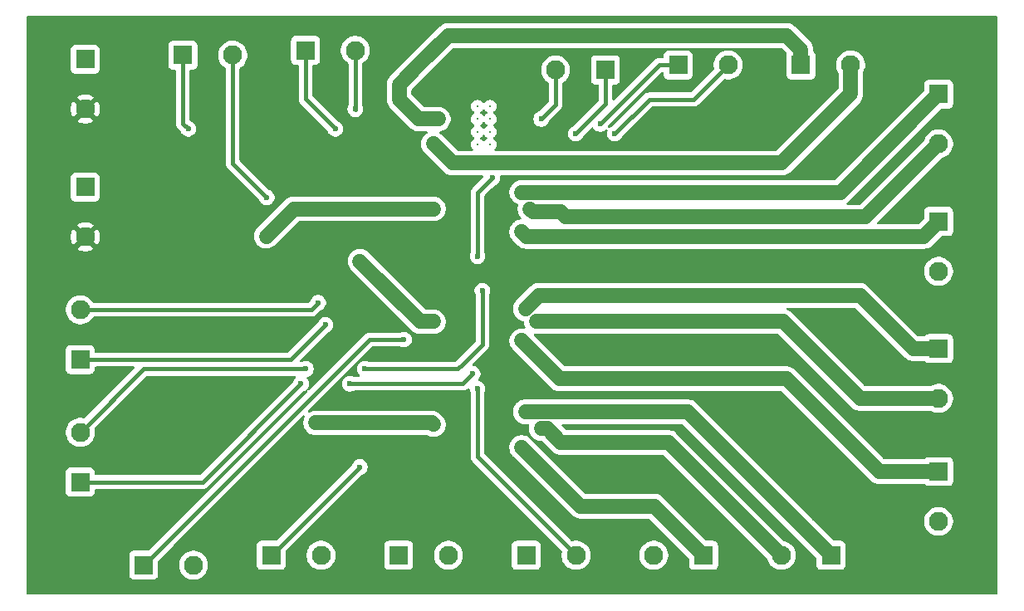
<source format=gbr>
%TF.GenerationSoftware,KiCad,Pcbnew,9.0.4*%
%TF.CreationDate,2025-09-17T18:04:11-03:00*%
%TF.ProjectId,DriversDiego,44726976-6572-4734-9469-65676f2e6b69,rev?*%
%TF.SameCoordinates,Original*%
%TF.FileFunction,Copper,L2,Bot*%
%TF.FilePolarity,Positive*%
%FSLAX46Y46*%
G04 Gerber Fmt 4.6, Leading zero omitted, Abs format (unit mm)*
G04 Created by KiCad (PCBNEW 9.0.4) date 2025-09-17 18:04:11*
%MOMM*%
%LPD*%
G01*
G04 APERTURE LIST*
%TA.AperFunction,ComponentPad*%
%ADD10C,1.950000*%
%TD*%
%TA.AperFunction,ComponentPad*%
%ADD11R,1.950000X1.950000*%
%TD*%
%TA.AperFunction,ComponentPad*%
%ADD12C,0.300000*%
%TD*%
%TA.AperFunction,ViaPad*%
%ADD13C,0.600000*%
%TD*%
%TA.AperFunction,Conductor*%
%ADD14C,1.500000*%
%TD*%
%TA.AperFunction,Conductor*%
%ADD15C,0.400000*%
%TD*%
%TA.AperFunction,Conductor*%
%ADD16C,0.200000*%
%TD*%
G04 APERTURE END LIST*
D10*
%TO.P,J14,2,2*%
%TO.N,Net-(IC2-AIN1)*%
X117540000Y-156500000D03*
D11*
%TO.P,J14,1,1*%
%TO.N,Net-(IC2-AIN2)*%
X112460000Y-156500000D03*
%TD*%
%TO.P,J3,1,1*%
%TO.N,Net-(U1-VM)*%
X106500000Y-104920000D03*
D10*
%TO.P,J3,2,2*%
%TO.N,GND*%
X106500000Y-110000000D03*
%TD*%
D11*
%TO.P,J17,1,1*%
%TO.N,Net-(IC1-AIN2)*%
X138460000Y-155500000D03*
D10*
%TO.P,J17,2,2*%
%TO.N,Net-(IC1-AIN1)*%
X143540000Y-155500000D03*
%TD*%
D12*
%TO.P,U1,10*%
%TO.N,N/C*%
X147782152Y-113600000D03*
%TO.P,U1,11*%
X146482152Y-113600000D03*
%TO.P,U1,12*%
X147782152Y-112300000D03*
%TO.P,U1,13*%
X146482152Y-112300000D03*
%TO.P,U1,14*%
X147782152Y-111000000D03*
%TO.P,U1,15*%
X146482152Y-111000000D03*
%TO.P,U1,16*%
X147782152Y-109700000D03*
%TO.P,U1,17*%
X146482152Y-109700000D03*
%TD*%
D11*
%TO.P,J4,1,1*%
%TO.N,Net-(IC1-VM)*%
X106500000Y-117960000D03*
D10*
%TO.P,J4,2,2*%
%TO.N,GND*%
X106500000Y-123040000D03*
%TD*%
D11*
%TO.P,J13,1,1*%
%TO.N,Net-(IC3-BOUT1)*%
X193500000Y-108460000D03*
D10*
%TO.P,J13,2,2*%
%TO.N,Net-(IC3-BOUT2)*%
X193500000Y-113540000D03*
%TD*%
D11*
%TO.P,J8,1,1*%
%TO.N,Net-(IC3-AIN2)*%
X116460000Y-104500000D03*
D10*
%TO.P,J8,2,2*%
%TO.N,Net-(IC3-AIN1)*%
X121540000Y-104500000D03*
%TD*%
D11*
%TO.P,J7,1,1*%
%TO.N,Net-(IC2-SLEEP_N)*%
X106000000Y-148040000D03*
D10*
%TO.P,J7,2,2*%
%TO.N,Net-(IC2-FAULT_N)*%
X106000000Y-142960000D03*
%TD*%
D11*
%TO.P,J16,1,1*%
%TO.N,Net-(IC2-BOUT1)*%
X193500000Y-134420000D03*
D10*
%TO.P,J16,2,2*%
%TO.N,Net-(IC2-BOUT2)*%
X193500000Y-139500000D03*
%TD*%
D11*
%TO.P,J1,1,1*%
%TO.N,Net-(U1-OUT1)*%
X179460000Y-105500000D03*
D10*
%TO.P,J1,2,2*%
%TO.N,Net-(U1-OUT2)*%
X184540000Y-105500000D03*
%TD*%
D11*
%TO.P,J10,1,1*%
%TO.N,Net-(IC3-BIN2)*%
X128960000Y-104000000D03*
D10*
%TO.P,J10,2,2*%
%TO.N,Net-(IC3-BIN1)*%
X134040000Y-104000000D03*
%TD*%
D11*
%TO.P,J2,1,1*%
%TO.N,Net-(U1-IN2)*%
X159540000Y-106000000D03*
D10*
%TO.P,J2,2,2*%
%TO.N,Net-(U1-IN1)*%
X154460000Y-106000000D03*
%TD*%
D11*
%TO.P,J15,1,1*%
%TO.N,Net-(IC2-AOUT1)*%
X193500000Y-146960000D03*
D10*
%TO.P,J15,2,2*%
%TO.N,Net-(IC2-AOUT2)*%
X193500000Y-152040000D03*
%TD*%
D11*
%TO.P,J5,1,1*%
%TO.N,Net-(IC1-SLEEP_N)*%
X151460000Y-155500000D03*
D10*
%TO.P,J5,2,2*%
%TO.N,Net-(IC1-FAULT_N)*%
X156540000Y-155500000D03*
%TD*%
D11*
%TO.P,J18,1,1*%
%TO.N,Net-(IC1-AOUT1)*%
X169540000Y-155500000D03*
D10*
%TO.P,J18,2,2*%
%TO.N,Net-(IC1-AOUT2)*%
X164460000Y-155500000D03*
%TD*%
D11*
%TO.P,J11,1,1*%
%TO.N,Net-(IC3-SLEEP_N)*%
X166960000Y-105500000D03*
D10*
%TO.P,J11,2,2*%
%TO.N,Net-(IC3-FAULT_N)*%
X172040000Y-105500000D03*
%TD*%
D11*
%TO.P,J12,1,1*%
%TO.N,Net-(IC3-AOUT1)*%
X193500000Y-121460000D03*
D10*
%TO.P,J12,2,2*%
%TO.N,Net-(IC3-AOUT2)*%
X193500000Y-126540000D03*
%TD*%
D11*
%TO.P,J6,1,1*%
%TO.N,Net-(IC1-BIN2)*%
X125460000Y-155500000D03*
D10*
%TO.P,J6,2,2*%
%TO.N,Net-(IC1-BIN1)*%
X130540000Y-155500000D03*
%TD*%
D11*
%TO.P,J9,1,1*%
%TO.N,Net-(IC2-BIN2)*%
X106000000Y-135540000D03*
D10*
%TO.P,J9,2,2*%
%TO.N,Net-(IC2-BIN1)*%
X106000000Y-130460000D03*
%TD*%
D11*
%TO.P,J19,1,1*%
%TO.N,Net-(IC1-BOUT1)*%
X182540000Y-155500000D03*
D10*
%TO.P,J19,2,2*%
%TO.N,Net-(IC1-BOUT2)*%
X177460000Y-155500000D03*
%TD*%
D13*
%TO.N,Net-(IC1-VM)*%
X124960000Y-122960000D03*
X134500000Y-125500000D03*
X142000000Y-131675000D03*
X130000000Y-142000000D03*
X142000000Y-120175000D03*
X142000000Y-142175000D03*
%TO.N,Net-(IC1-BOUT1)*%
X151375000Y-140875000D03*
%TO.N,Net-(IC1-BOUT2)*%
X153000000Y-142500000D03*
%TO.N,Net-(IC1-BIN2)*%
X134500000Y-146500000D03*
%TO.N,Net-(IC1-FAULT_N)*%
X146500000Y-138500000D03*
%TO.N,Net-(IC1-AOUT1)*%
X151000000Y-144500000D03*
%TO.N,Net-(IC2-BOUT2)*%
X152500000Y-131675000D03*
%TO.N,Net-(IC2-BOUT1)*%
X151375000Y-130375000D03*
%TO.N,Net-(IC2-SLEEP_N)*%
X133500000Y-138000000D03*
X146000000Y-137000000D03*
X128500000Y-138000000D03*
%TO.N,Net-(IC2-AIN2)*%
X139000000Y-133500000D03*
%TO.N,Net-(IC2-FAULT_N)*%
X135000000Y-136500000D03*
X129000000Y-136500000D03*
X147000000Y-128500000D03*
%TO.N,Net-(IC2-BIN2)*%
X131000000Y-132000000D03*
%TO.N,Net-(IC2-BIN1)*%
X130250000Y-129750000D03*
%TO.N,Net-(IC2-AOUT1)*%
X151000000Y-133625000D03*
%TO.N,Net-(IC3-SLEEP_N)*%
X148000000Y-117000000D03*
X159000000Y-111500000D03*
X146500000Y-125000000D03*
%TO.N,Net-(IC3-BIN1)*%
X134040000Y-110000000D03*
%TO.N,Net-(IC3-AOUT1)*%
X151000000Y-122500000D03*
%TO.N,Net-(IC3-BOUT2)*%
X151825000Y-120175000D03*
%TO.N,Net-(IC3-AIN1)*%
X125000000Y-119000000D03*
%TO.N,Net-(IC3-BOUT1)*%
X151000000Y-118875000D03*
%TO.N,Net-(IC3-BIN2)*%
X132000000Y-112000000D03*
%TO.N,Net-(IC3-FAULT_N)*%
X160500000Y-112500000D03*
%TO.N,Net-(IC3-AIN2)*%
X117000000Y-112000000D03*
%TO.N,Net-(U1-OUT2)*%
X142000000Y-113555000D03*
%TO.N,Net-(U1-OUT1)*%
X142500000Y-111015000D03*
%TO.N,Net-(U1-IN1)*%
X153000000Y-111000000D03*
%TO.N,Net-(U1-IN2)*%
X156500000Y-112500000D03*
%TD*%
D14*
%TO.N,Net-(U1-OUT2)*%
X184540000Y-108460000D02*
X184540000Y-105500000D01*
X177500000Y-115500000D02*
X184540000Y-108460000D01*
X143945000Y-115500000D02*
X177500000Y-115500000D01*
X142000000Y-113555000D02*
X143945000Y-115500000D01*
%TO.N,Net-(IC3-BOUT1)*%
X183486000Y-118474000D02*
X151000000Y-118474000D01*
X193500000Y-108460000D02*
X183486000Y-118474000D01*
%TO.N,Net-(IC3-AOUT1)*%
X151500000Y-123000000D02*
X151000000Y-122500000D01*
X191960000Y-123000000D02*
X151500000Y-123000000D01*
X193500000Y-121460000D02*
X191960000Y-123000000D01*
%TO.N,Net-(IC1-VM)*%
X134500000Y-125500000D02*
X140675000Y-131675000D01*
X140675000Y-131675000D02*
X142000000Y-131675000D01*
X141825000Y-142000000D02*
X142000000Y-142175000D01*
X124960000Y-122960000D02*
X127745000Y-120175000D01*
X130000000Y-142000000D02*
X141825000Y-142000000D01*
X127745000Y-120175000D02*
X142000000Y-120175000D01*
%TO.N,Net-(IC1-BOUT1)*%
X182540000Y-155500000D02*
X167915000Y-140875000D01*
X167915000Y-140875000D02*
X151375000Y-140875000D01*
%TO.N,Net-(IC1-BOUT2)*%
X177460000Y-155500000D02*
X165960000Y-144000000D01*
X155000000Y-144000000D02*
X153576000Y-142576000D01*
X153576000Y-142576000D02*
X153000000Y-142576000D01*
X165960000Y-144000000D02*
X155000000Y-144000000D01*
D15*
%TO.N,Net-(IC1-BIN2)*%
X125500000Y-155500000D02*
X134500000Y-146500000D01*
D16*
X125460000Y-155500000D02*
X125500000Y-155500000D01*
D15*
%TO.N,Net-(IC1-FAULT_N)*%
X146500000Y-145460000D02*
X146500000Y-138500000D01*
X156540000Y-155500000D02*
X146500000Y-145460000D01*
D14*
%TO.N,Net-(IC1-AOUT1)*%
X151000000Y-144500000D02*
X157000000Y-150500000D01*
X164540000Y-150500000D02*
X169540000Y-155500000D01*
X157000000Y-150500000D02*
X164540000Y-150500000D01*
%TO.N,Net-(IC2-BOUT2)*%
X177675000Y-131675000D02*
X185500000Y-139500000D01*
X152500000Y-131675000D02*
X177675000Y-131675000D01*
X185500000Y-139500000D02*
X193500000Y-139500000D01*
%TO.N,Net-(IC2-BOUT1)*%
X151375000Y-130375000D02*
X152750000Y-129000000D01*
X185500000Y-129000000D02*
X190920000Y-134420000D01*
X190920000Y-134420000D02*
X193500000Y-134420000D01*
X152750000Y-129000000D02*
X185500000Y-129000000D01*
D15*
%TO.N,Net-(IC2-SLEEP_N)*%
X133500000Y-138000000D02*
X145000000Y-138000000D01*
X106000000Y-148040000D02*
X118460000Y-148040000D01*
X145000000Y-138000000D02*
X146000000Y-137000000D01*
X118460000Y-148040000D02*
X128500000Y-138000000D01*
%TO.N,Net-(IC2-AIN2)*%
X135460000Y-133500000D02*
X112460000Y-156500000D01*
X139000000Y-133500000D02*
X135460000Y-133500000D01*
%TO.N,Net-(IC2-FAULT_N)*%
X144500000Y-136500000D02*
X145000000Y-136000000D01*
X135000000Y-136500000D02*
X144500000Y-136500000D01*
X145000000Y-136000000D02*
X147000000Y-134000000D01*
X112460000Y-136500000D02*
X129000000Y-136500000D01*
X106000000Y-142960000D02*
X112460000Y-136500000D01*
X147000000Y-134000000D02*
X147000000Y-128500000D01*
%TO.N,Net-(IC2-BIN2)*%
X106000000Y-135540000D02*
X127460000Y-135540000D01*
X127460000Y-135540000D02*
X131000000Y-132000000D01*
%TO.N,Net-(IC2-BIN1)*%
X129540000Y-130460000D02*
X130250000Y-129750000D01*
X106000000Y-130460000D02*
X129540000Y-130460000D01*
D14*
%TO.N,Net-(IC2-AOUT1)*%
X154875000Y-137500000D02*
X151000000Y-133625000D01*
X193500000Y-146960000D02*
X187460000Y-146960000D01*
X187460000Y-146960000D02*
X178000000Y-137500000D01*
X178000000Y-137500000D02*
X154875000Y-137500000D01*
D15*
%TO.N,Net-(IC3-SLEEP_N)*%
X162500000Y-108000000D02*
X159000000Y-111500000D01*
X165000000Y-105500000D02*
X162500000Y-108000000D01*
X146500000Y-118500000D02*
X146500000Y-125000000D01*
X148000000Y-117000000D02*
X146500000Y-118500000D01*
X166960000Y-105500000D02*
X165000000Y-105500000D01*
%TO.N,Net-(IC3-BIN1)*%
X134040000Y-110000000D02*
X134040000Y-110040000D01*
X134040000Y-104000000D02*
X134040000Y-110000000D01*
D14*
%TO.N,Net-(IC3-BOUT2)*%
X155500000Y-121000000D02*
X155000000Y-120500000D01*
X186040000Y-121000000D02*
X193500000Y-113540000D01*
X155500000Y-121000000D02*
X186040000Y-121000000D01*
X152150000Y-120500000D02*
X151825000Y-120175000D01*
X155000000Y-120500000D02*
X152150000Y-120500000D01*
D15*
%TO.N,Net-(IC3-AIN1)*%
X121540000Y-104500000D02*
X121540000Y-115540000D01*
X121540000Y-115540000D02*
X125000000Y-119000000D01*
%TO.N,Net-(IC3-BIN2)*%
X128960000Y-108960000D02*
X132000000Y-112000000D01*
X128960000Y-104000000D02*
X128960000Y-108960000D01*
%TO.N,Net-(IC3-FAULT_N)*%
X172040000Y-105500000D02*
X168540000Y-109000000D01*
X164000000Y-109000000D02*
X160500000Y-112500000D01*
X168540000Y-109000000D02*
X164000000Y-109000000D01*
%TO.N,Net-(IC3-AIN2)*%
X116460000Y-111460000D02*
X117000000Y-112000000D01*
X116460000Y-104500000D02*
X116460000Y-111460000D01*
D14*
%TO.N,Net-(U1-OUT1)*%
X140515000Y-111015000D02*
X142500000Y-111015000D01*
X179460000Y-105500000D02*
X179460000Y-103960000D01*
X179460000Y-103960000D02*
X178000000Y-102500000D01*
X138500000Y-109000000D02*
X140515000Y-111015000D01*
X138500000Y-107500000D02*
X138500000Y-109000000D01*
X178000000Y-102500000D02*
X143500000Y-102500000D01*
X140500000Y-105500000D02*
X138500000Y-107500000D01*
X143500000Y-102500000D02*
X140500000Y-105500000D01*
D15*
%TO.N,Net-(U1-IN1)*%
X154460000Y-109540000D02*
X153000000Y-111000000D01*
X154460000Y-106000000D02*
X154460000Y-109540000D01*
%TO.N,Net-(U1-IN2)*%
X159540000Y-106000000D02*
X159540000Y-109460000D01*
X159540000Y-109460000D02*
X156500000Y-112500000D01*
%TD*%
%TA.AperFunction,Conductor*%
%TO.N,GND*%
G36*
X199442539Y-100520185D02*
G01*
X199488294Y-100572989D01*
X199499500Y-100624500D01*
X199499500Y-159375500D01*
X199479815Y-159442539D01*
X199427011Y-159488294D01*
X199375500Y-159499500D01*
X100624500Y-159499500D01*
X100557461Y-159479815D01*
X100511706Y-159427011D01*
X100500500Y-159375500D01*
X100500500Y-134517135D01*
X104524500Y-134517135D01*
X104524500Y-136562870D01*
X104524501Y-136562876D01*
X104530908Y-136622483D01*
X104581202Y-136757328D01*
X104581206Y-136757335D01*
X104667452Y-136872544D01*
X104667455Y-136872547D01*
X104782664Y-136958793D01*
X104782671Y-136958797D01*
X104917517Y-137009091D01*
X104917516Y-137009091D01*
X104924444Y-137009835D01*
X104977127Y-137015500D01*
X107022872Y-137015499D01*
X107082483Y-137009091D01*
X107217331Y-136958796D01*
X107332546Y-136872546D01*
X107418796Y-136757331D01*
X107469091Y-136622483D01*
X107475500Y-136562873D01*
X107475500Y-136364500D01*
X107495185Y-136297461D01*
X107547989Y-136251706D01*
X107599500Y-136240500D01*
X111429481Y-136240500D01*
X111496520Y-136260185D01*
X111542275Y-136312989D01*
X111552219Y-136382147D01*
X111523194Y-136445703D01*
X111517162Y-136452181D01*
X106476983Y-141492358D01*
X106415660Y-141525843D01*
X106350984Y-141522608D01*
X106345515Y-141520831D01*
X106116129Y-141484500D01*
X106116124Y-141484500D01*
X105883876Y-141484500D01*
X105883871Y-141484500D01*
X105654485Y-141520831D01*
X105433599Y-141592601D01*
X105226668Y-141698039D01*
X105038773Y-141834553D01*
X104874553Y-141998773D01*
X104738039Y-142186668D01*
X104632601Y-142393599D01*
X104560831Y-142614485D01*
X104524500Y-142843870D01*
X104524500Y-143076129D01*
X104560831Y-143305514D01*
X104632601Y-143526400D01*
X104693298Y-143645523D01*
X104738039Y-143733331D01*
X104874551Y-143921224D01*
X105038776Y-144085449D01*
X105226669Y-144221961D01*
X105324436Y-144271776D01*
X105433599Y-144327398D01*
X105433601Y-144327398D01*
X105433604Y-144327400D01*
X105654486Y-144399169D01*
X105772668Y-144417886D01*
X105883871Y-144435500D01*
X105883876Y-144435500D01*
X106116129Y-144435500D01*
X106217502Y-144419443D01*
X106345514Y-144399169D01*
X106566396Y-144327400D01*
X106773331Y-144221961D01*
X106961224Y-144085449D01*
X107125449Y-143921224D01*
X107261961Y-143733331D01*
X107367400Y-143526396D01*
X107439169Y-143305514D01*
X107459443Y-143177502D01*
X107475500Y-143076129D01*
X107475500Y-142843870D01*
X107454800Y-142713181D01*
X107439169Y-142614486D01*
X107437391Y-142609013D01*
X107435396Y-142539172D01*
X107467639Y-142483016D01*
X112713838Y-137236819D01*
X112775161Y-137203334D01*
X112801519Y-137200500D01*
X127868059Y-137200500D01*
X127935098Y-137220185D01*
X127980853Y-137272989D01*
X127990797Y-137342147D01*
X127961772Y-137405703D01*
X127955740Y-137412181D01*
X127878213Y-137489707D01*
X127878210Y-137489711D01*
X127790609Y-137620814D01*
X127790604Y-137620823D01*
X127730809Y-137765184D01*
X127703929Y-137805412D01*
X118206162Y-147303181D01*
X118144839Y-147336666D01*
X118118481Y-147339500D01*
X107599499Y-147339500D01*
X107532460Y-147319815D01*
X107486705Y-147267011D01*
X107475499Y-147215500D01*
X107475499Y-147017129D01*
X107475498Y-147017123D01*
X107475497Y-147017116D01*
X107469091Y-146957517D01*
X107439870Y-146879172D01*
X107418797Y-146822671D01*
X107418793Y-146822664D01*
X107332547Y-146707455D01*
X107332544Y-146707452D01*
X107217335Y-146621206D01*
X107217328Y-146621202D01*
X107082482Y-146570908D01*
X107082483Y-146570908D01*
X107022883Y-146564501D01*
X107022881Y-146564500D01*
X107022873Y-146564500D01*
X107022864Y-146564500D01*
X104977129Y-146564500D01*
X104977123Y-146564501D01*
X104917516Y-146570908D01*
X104782671Y-146621202D01*
X104782664Y-146621206D01*
X104667455Y-146707452D01*
X104667452Y-146707455D01*
X104581206Y-146822664D01*
X104581202Y-146822671D01*
X104530908Y-146957517D01*
X104525235Y-147010288D01*
X104524501Y-147017123D01*
X104524500Y-147017135D01*
X104524500Y-149062870D01*
X104524501Y-149062876D01*
X104530908Y-149122483D01*
X104581202Y-149257328D01*
X104581206Y-149257335D01*
X104667452Y-149372544D01*
X104667455Y-149372547D01*
X104782664Y-149458793D01*
X104782671Y-149458797D01*
X104917517Y-149509091D01*
X104917516Y-149509091D01*
X104924444Y-149509835D01*
X104977127Y-149515500D01*
X107022872Y-149515499D01*
X107082483Y-149509091D01*
X107217331Y-149458796D01*
X107332546Y-149372546D01*
X107418796Y-149257331D01*
X107469091Y-149122483D01*
X107475500Y-149062873D01*
X107475500Y-148864500D01*
X107495185Y-148797461D01*
X107547989Y-148751706D01*
X107599500Y-148740500D01*
X118528996Y-148740500D01*
X118620040Y-148722389D01*
X118664328Y-148713580D01*
X118728069Y-148687177D01*
X118791807Y-148660777D01*
X118791808Y-148660776D01*
X118791811Y-148660775D01*
X118906543Y-148584114D01*
X128694586Y-138796069D01*
X128734810Y-138769192D01*
X128789435Y-138746566D01*
X128879173Y-138709397D01*
X128879175Y-138709395D01*
X128879179Y-138709394D01*
X128979876Y-138642109D01*
X129046553Y-138621232D01*
X129113933Y-138639716D01*
X129160624Y-138691695D01*
X129171800Y-138760665D01*
X129143915Y-138824728D01*
X129136448Y-138832893D01*
X112981160Y-154988181D01*
X112919837Y-155021666D01*
X112893479Y-155024500D01*
X111437129Y-155024500D01*
X111437123Y-155024501D01*
X111377516Y-155030908D01*
X111242671Y-155081202D01*
X111242664Y-155081206D01*
X111127455Y-155167452D01*
X111127452Y-155167455D01*
X111041206Y-155282664D01*
X111041202Y-155282671D01*
X110990908Y-155417517D01*
X110984501Y-155477116D01*
X110984500Y-155477135D01*
X110984500Y-157522870D01*
X110984501Y-157522876D01*
X110990908Y-157582483D01*
X111041202Y-157717328D01*
X111041206Y-157717335D01*
X111127452Y-157832544D01*
X111127455Y-157832547D01*
X111242664Y-157918793D01*
X111242671Y-157918797D01*
X111377517Y-157969091D01*
X111377516Y-157969091D01*
X111384444Y-157969835D01*
X111437127Y-157975500D01*
X113482872Y-157975499D01*
X113542483Y-157969091D01*
X113677331Y-157918796D01*
X113792546Y-157832546D01*
X113878796Y-157717331D01*
X113929091Y-157582483D01*
X113935500Y-157522873D01*
X113935499Y-156383870D01*
X116064500Y-156383870D01*
X116064500Y-156616129D01*
X116100831Y-156845514D01*
X116172601Y-157066400D01*
X116278039Y-157273331D01*
X116414551Y-157461224D01*
X116578776Y-157625449D01*
X116766669Y-157761961D01*
X116864436Y-157811776D01*
X116973599Y-157867398D01*
X116973601Y-157867398D01*
X116973604Y-157867400D01*
X117194486Y-157939169D01*
X117312668Y-157957886D01*
X117423871Y-157975500D01*
X117423876Y-157975500D01*
X117656129Y-157975500D01*
X117757502Y-157959443D01*
X117885514Y-157939169D01*
X118106396Y-157867400D01*
X118313331Y-157761961D01*
X118501224Y-157625449D01*
X118665449Y-157461224D01*
X118801961Y-157273331D01*
X118907400Y-157066396D01*
X118979169Y-156845514D01*
X118999471Y-156717328D01*
X119015500Y-156616129D01*
X119015500Y-156383870D01*
X118996232Y-156262222D01*
X118979169Y-156154486D01*
X118907400Y-155933604D01*
X118907398Y-155933601D01*
X118907398Y-155933599D01*
X118835745Y-155792974D01*
X118801961Y-155726669D01*
X118665449Y-155538776D01*
X118501224Y-155374551D01*
X118313331Y-155238039D01*
X118106400Y-155132601D01*
X117885514Y-155060831D01*
X117656129Y-155024500D01*
X117656124Y-155024500D01*
X117423876Y-155024500D01*
X117423871Y-155024500D01*
X117194485Y-155060831D01*
X116973599Y-155132601D01*
X116766668Y-155238039D01*
X116578773Y-155374553D01*
X116414553Y-155538773D01*
X116278039Y-155726668D01*
X116172601Y-155933599D01*
X116100831Y-156154485D01*
X116064500Y-156383870D01*
X113935499Y-156383870D01*
X113935499Y-156066517D01*
X113955184Y-155999479D01*
X113971813Y-155978842D01*
X115473520Y-154477135D01*
X123984500Y-154477135D01*
X123984500Y-156522870D01*
X123984501Y-156522876D01*
X123990908Y-156582483D01*
X124041202Y-156717328D01*
X124041206Y-156717335D01*
X124127452Y-156832544D01*
X124127455Y-156832547D01*
X124242664Y-156918793D01*
X124242671Y-156918797D01*
X124377517Y-156969091D01*
X124377516Y-156969091D01*
X124384444Y-156969835D01*
X124437127Y-156975500D01*
X126482872Y-156975499D01*
X126542483Y-156969091D01*
X126677331Y-156918796D01*
X126792546Y-156832546D01*
X126878796Y-156717331D01*
X126929091Y-156582483D01*
X126935500Y-156522873D01*
X126935499Y-155383870D01*
X129064500Y-155383870D01*
X129064500Y-155616129D01*
X129100831Y-155845514D01*
X129172601Y-156066400D01*
X129217484Y-156154486D01*
X129278039Y-156273331D01*
X129414551Y-156461224D01*
X129578776Y-156625449D01*
X129766669Y-156761961D01*
X129864436Y-156811776D01*
X129973599Y-156867398D01*
X129973601Y-156867398D01*
X129973604Y-156867400D01*
X130194486Y-156939169D01*
X130312668Y-156957886D01*
X130423871Y-156975500D01*
X130423876Y-156975500D01*
X130656129Y-156975500D01*
X130757502Y-156959443D01*
X130885514Y-156939169D01*
X131106396Y-156867400D01*
X131313331Y-156761961D01*
X131501224Y-156625449D01*
X131665449Y-156461224D01*
X131801961Y-156273331D01*
X131907400Y-156066396D01*
X131979169Y-155845514D01*
X131999443Y-155717502D01*
X132015500Y-155616129D01*
X132015500Y-155383870D01*
X131992402Y-155238039D01*
X131979169Y-155154486D01*
X131907400Y-154933604D01*
X131907398Y-154933601D01*
X131907398Y-154933599D01*
X131869145Y-154858526D01*
X131801961Y-154726669D01*
X131665449Y-154538776D01*
X131603808Y-154477135D01*
X136984500Y-154477135D01*
X136984500Y-156522870D01*
X136984501Y-156522876D01*
X136990908Y-156582483D01*
X137041202Y-156717328D01*
X137041206Y-156717335D01*
X137127452Y-156832544D01*
X137127455Y-156832547D01*
X137242664Y-156918793D01*
X137242671Y-156918797D01*
X137377517Y-156969091D01*
X137377516Y-156969091D01*
X137384444Y-156969835D01*
X137437127Y-156975500D01*
X139482872Y-156975499D01*
X139542483Y-156969091D01*
X139677331Y-156918796D01*
X139792546Y-156832546D01*
X139878796Y-156717331D01*
X139929091Y-156582483D01*
X139935500Y-156522873D01*
X139935499Y-155383870D01*
X142064500Y-155383870D01*
X142064500Y-155616129D01*
X142100831Y-155845514D01*
X142172601Y-156066400D01*
X142217484Y-156154486D01*
X142278039Y-156273331D01*
X142414551Y-156461224D01*
X142578776Y-156625449D01*
X142766669Y-156761961D01*
X142864436Y-156811776D01*
X142973599Y-156867398D01*
X142973601Y-156867398D01*
X142973604Y-156867400D01*
X143194486Y-156939169D01*
X143312668Y-156957886D01*
X143423871Y-156975500D01*
X143423876Y-156975500D01*
X143656129Y-156975500D01*
X143757502Y-156959443D01*
X143885514Y-156939169D01*
X144106396Y-156867400D01*
X144313331Y-156761961D01*
X144501224Y-156625449D01*
X144665449Y-156461224D01*
X144801961Y-156273331D01*
X144907400Y-156066396D01*
X144979169Y-155845514D01*
X144999443Y-155717502D01*
X145015500Y-155616129D01*
X145015500Y-155383870D01*
X144992402Y-155238039D01*
X144979169Y-155154486D01*
X144907400Y-154933604D01*
X144907398Y-154933601D01*
X144907398Y-154933599D01*
X144869145Y-154858526D01*
X144801961Y-154726669D01*
X144665449Y-154538776D01*
X144603808Y-154477135D01*
X149984500Y-154477135D01*
X149984500Y-156522870D01*
X149984501Y-156522876D01*
X149990908Y-156582483D01*
X150041202Y-156717328D01*
X150041206Y-156717335D01*
X150127452Y-156832544D01*
X150127455Y-156832547D01*
X150242664Y-156918793D01*
X150242671Y-156918797D01*
X150377517Y-156969091D01*
X150377516Y-156969091D01*
X150384444Y-156969835D01*
X150437127Y-156975500D01*
X152482872Y-156975499D01*
X152542483Y-156969091D01*
X152677331Y-156918796D01*
X152792546Y-156832546D01*
X152878796Y-156717331D01*
X152929091Y-156582483D01*
X152935500Y-156522873D01*
X152935499Y-154477128D01*
X152929091Y-154417517D01*
X152913066Y-154374553D01*
X152878797Y-154282671D01*
X152878793Y-154282664D01*
X152792547Y-154167455D01*
X152792544Y-154167452D01*
X152677335Y-154081206D01*
X152677328Y-154081202D01*
X152542482Y-154030908D01*
X152542483Y-154030908D01*
X152482883Y-154024501D01*
X152482881Y-154024500D01*
X152482873Y-154024500D01*
X152482864Y-154024500D01*
X150437129Y-154024500D01*
X150437123Y-154024501D01*
X150377516Y-154030908D01*
X150242671Y-154081202D01*
X150242664Y-154081206D01*
X150127455Y-154167452D01*
X150127452Y-154167455D01*
X150041206Y-154282664D01*
X150041202Y-154282671D01*
X149990908Y-154417517D01*
X149984501Y-154477116D01*
X149984501Y-154477123D01*
X149984500Y-154477135D01*
X144603808Y-154477135D01*
X144501224Y-154374551D01*
X144313331Y-154238039D01*
X144106400Y-154132601D01*
X143885514Y-154060831D01*
X143656129Y-154024500D01*
X143656124Y-154024500D01*
X143423876Y-154024500D01*
X143423871Y-154024500D01*
X143194485Y-154060831D01*
X142973599Y-154132601D01*
X142766668Y-154238039D01*
X142578773Y-154374553D01*
X142414553Y-154538773D01*
X142278039Y-154726668D01*
X142172601Y-154933599D01*
X142100831Y-155154485D01*
X142064500Y-155383870D01*
X139935499Y-155383870D01*
X139935499Y-154477128D01*
X139929091Y-154417517D01*
X139913066Y-154374553D01*
X139878797Y-154282671D01*
X139878793Y-154282664D01*
X139792547Y-154167455D01*
X139792544Y-154167452D01*
X139677335Y-154081206D01*
X139677328Y-154081202D01*
X139542482Y-154030908D01*
X139542483Y-154030908D01*
X139482883Y-154024501D01*
X139482881Y-154024500D01*
X139482873Y-154024500D01*
X139482864Y-154024500D01*
X137437129Y-154024500D01*
X137437123Y-154024501D01*
X137377516Y-154030908D01*
X137242671Y-154081202D01*
X137242664Y-154081206D01*
X137127455Y-154167452D01*
X137127452Y-154167455D01*
X137041206Y-154282664D01*
X137041202Y-154282671D01*
X136990908Y-154417517D01*
X136984501Y-154477116D01*
X136984501Y-154477123D01*
X136984500Y-154477135D01*
X131603808Y-154477135D01*
X131501224Y-154374551D01*
X131313331Y-154238039D01*
X131106400Y-154132601D01*
X130885514Y-154060831D01*
X130656129Y-154024500D01*
X130656124Y-154024500D01*
X130423876Y-154024500D01*
X130423871Y-154024500D01*
X130194485Y-154060831D01*
X129973599Y-154132601D01*
X129766668Y-154238039D01*
X129578773Y-154374553D01*
X129414553Y-154538773D01*
X129278039Y-154726668D01*
X129172601Y-154933599D01*
X129100831Y-155154485D01*
X129064500Y-155383870D01*
X126935499Y-155383870D01*
X126935499Y-155106517D01*
X126955184Y-155039479D01*
X126971813Y-155018842D01*
X134694586Y-147296069D01*
X134734810Y-147269192D01*
X134789435Y-147246566D01*
X134879173Y-147209397D01*
X134879176Y-147209395D01*
X134879179Y-147209394D01*
X135010289Y-147121789D01*
X135121789Y-147010289D01*
X135209394Y-146879179D01*
X135269737Y-146733497D01*
X135300500Y-146578842D01*
X135300500Y-146421158D01*
X135300500Y-146421155D01*
X135300499Y-146421153D01*
X135269737Y-146266503D01*
X135269191Y-146265184D01*
X135209397Y-146120827D01*
X135209390Y-146120814D01*
X135121789Y-145989711D01*
X135121786Y-145989707D01*
X135010292Y-145878213D01*
X135010288Y-145878210D01*
X134879185Y-145790609D01*
X134879172Y-145790602D01*
X134733501Y-145730264D01*
X134733489Y-145730261D01*
X134578845Y-145699500D01*
X134578842Y-145699500D01*
X134421158Y-145699500D01*
X134421155Y-145699500D01*
X134266510Y-145730261D01*
X134266498Y-145730264D01*
X134120827Y-145790602D01*
X134120814Y-145790609D01*
X133989711Y-145878210D01*
X133989707Y-145878213D01*
X133878213Y-145989707D01*
X133878210Y-145989711D01*
X133790609Y-146120814D01*
X133790604Y-146120823D01*
X133730809Y-146265184D01*
X133703929Y-146305412D01*
X126021160Y-153988181D01*
X125959837Y-154021666D01*
X125933479Y-154024500D01*
X124437129Y-154024500D01*
X124437123Y-154024501D01*
X124377516Y-154030908D01*
X124242671Y-154081202D01*
X124242664Y-154081206D01*
X124127455Y-154167452D01*
X124127452Y-154167455D01*
X124041206Y-154282664D01*
X124041202Y-154282671D01*
X123990908Y-154417517D01*
X123984501Y-154477116D01*
X123984501Y-154477123D01*
X123984500Y-154477135D01*
X115473520Y-154477135D01*
X128713895Y-141236761D01*
X128775217Y-141203277D01*
X128844909Y-141208261D01*
X128900842Y-141250133D01*
X128925259Y-141315597D01*
X128912060Y-141380737D01*
X128841118Y-141519967D01*
X128780290Y-141707173D01*
X128749500Y-141901577D01*
X128749500Y-142098422D01*
X128780290Y-142292826D01*
X128841117Y-142480029D01*
X128906838Y-142609013D01*
X128930476Y-142655405D01*
X129046172Y-142814646D01*
X129185354Y-142953828D01*
X129344595Y-143069524D01*
X129427455Y-143111743D01*
X129519970Y-143158882D01*
X129519972Y-143158882D01*
X129519975Y-143158884D01*
X129620317Y-143191487D01*
X129707173Y-143219709D01*
X129901578Y-143250500D01*
X129901583Y-143250500D01*
X141326555Y-143250500D01*
X141382850Y-143264015D01*
X141519969Y-143333881D01*
X141519971Y-143333881D01*
X141519974Y-143333883D01*
X141707173Y-143394709D01*
X141804378Y-143410104D01*
X141901578Y-143425500D01*
X141901583Y-143425500D01*
X142098421Y-143425500D01*
X142186784Y-143411504D01*
X142292826Y-143394709D01*
X142480026Y-143333883D01*
X142655405Y-143244523D01*
X142814645Y-143128828D01*
X142953828Y-142989645D01*
X143069523Y-142830405D01*
X143158883Y-142655026D01*
X143219709Y-142467826D01*
X143247426Y-142292826D01*
X143250500Y-142273421D01*
X143250500Y-142076577D01*
X143222782Y-141901577D01*
X143219709Y-141882173D01*
X143158883Y-141694974D01*
X143158881Y-141694971D01*
X143158881Y-141694969D01*
X143106721Y-141592600D01*
X143069523Y-141519594D01*
X142953828Y-141360354D01*
X142639646Y-141046172D01*
X142480405Y-140930476D01*
X142305030Y-140841117D01*
X142117826Y-140780290D01*
X141923422Y-140749500D01*
X141923417Y-140749500D01*
X129901583Y-140749500D01*
X129901578Y-140749500D01*
X129707173Y-140780290D01*
X129519967Y-140841118D01*
X129380737Y-140912060D01*
X129312068Y-140924956D01*
X129247328Y-140898679D01*
X129207071Y-140841573D01*
X129204079Y-140771767D01*
X129236761Y-140713895D01*
X132029503Y-137921153D01*
X132699500Y-137921153D01*
X132699500Y-138078846D01*
X132730261Y-138233489D01*
X132730264Y-138233501D01*
X132790602Y-138379172D01*
X132790609Y-138379185D01*
X132878210Y-138510288D01*
X132878213Y-138510292D01*
X132989707Y-138621786D01*
X132989711Y-138621789D01*
X133120814Y-138709390D01*
X133120827Y-138709397D01*
X133220060Y-138750500D01*
X133266503Y-138769737D01*
X133398897Y-138796072D01*
X133421153Y-138800499D01*
X133421156Y-138800500D01*
X133421158Y-138800500D01*
X133578844Y-138800500D01*
X133578845Y-138800499D01*
X133733497Y-138769737D01*
X133837476Y-138726668D01*
X133877864Y-138709939D01*
X133925316Y-138700500D01*
X145068996Y-138700500D01*
X145160040Y-138682389D01*
X145204328Y-138673580D01*
X145293973Y-138636448D01*
X145331807Y-138620777D01*
X145331808Y-138620776D01*
X145331811Y-138620775D01*
X145446543Y-138544114D01*
X145488318Y-138502337D01*
X145549639Y-138468852D01*
X145619331Y-138473835D01*
X145675266Y-138515705D01*
X145697525Y-138573024D01*
X145698311Y-138572868D01*
X145699199Y-138577332D01*
X145699402Y-138577855D01*
X145699499Y-138578841D01*
X145730261Y-138733489D01*
X145730264Y-138733501D01*
X145790061Y-138877864D01*
X145799500Y-138925316D01*
X145799500Y-145391006D01*
X145799500Y-145528994D01*
X145799500Y-145528996D01*
X145799499Y-145528996D01*
X145826418Y-145664322D01*
X145826421Y-145664332D01*
X145879222Y-145791807D01*
X145955887Y-145906545D01*
X145955888Y-145906546D01*
X155072358Y-155023015D01*
X155105843Y-155084338D01*
X155102611Y-155149004D01*
X155100832Y-155154480D01*
X155100831Y-155154483D01*
X155064500Y-155383870D01*
X155064500Y-155616129D01*
X155100831Y-155845514D01*
X155172601Y-156066400D01*
X155217484Y-156154486D01*
X155278039Y-156273331D01*
X155414551Y-156461224D01*
X155578776Y-156625449D01*
X155766669Y-156761961D01*
X155864436Y-156811776D01*
X155973599Y-156867398D01*
X155973601Y-156867398D01*
X155973604Y-156867400D01*
X156194486Y-156939169D01*
X156312668Y-156957886D01*
X156423871Y-156975500D01*
X156423876Y-156975500D01*
X156656129Y-156975500D01*
X156757502Y-156959443D01*
X156885514Y-156939169D01*
X157106396Y-156867400D01*
X157313331Y-156761961D01*
X157501224Y-156625449D01*
X157665449Y-156461224D01*
X157801961Y-156273331D01*
X157907400Y-156066396D01*
X157979169Y-155845514D01*
X157999443Y-155717502D01*
X158015500Y-155616129D01*
X158015500Y-155383870D01*
X162984500Y-155383870D01*
X162984500Y-155616129D01*
X163020831Y-155845514D01*
X163092601Y-156066400D01*
X163137484Y-156154486D01*
X163198039Y-156273331D01*
X163334551Y-156461224D01*
X163498776Y-156625449D01*
X163686669Y-156761961D01*
X163784436Y-156811776D01*
X163893599Y-156867398D01*
X163893601Y-156867398D01*
X163893604Y-156867400D01*
X164114486Y-156939169D01*
X164232668Y-156957886D01*
X164343871Y-156975500D01*
X164343876Y-156975500D01*
X164576129Y-156975500D01*
X164677502Y-156959443D01*
X164805514Y-156939169D01*
X165026396Y-156867400D01*
X165233331Y-156761961D01*
X165421224Y-156625449D01*
X165585449Y-156461224D01*
X165721961Y-156273331D01*
X165827400Y-156066396D01*
X165899169Y-155845514D01*
X165919443Y-155717502D01*
X165935500Y-155616129D01*
X165935500Y-155383870D01*
X165912402Y-155238039D01*
X165899169Y-155154486D01*
X165827400Y-154933604D01*
X165827398Y-154933601D01*
X165827398Y-154933599D01*
X165721960Y-154726668D01*
X165721958Y-154726665D01*
X165585449Y-154538776D01*
X165421224Y-154374551D01*
X165233331Y-154238039D01*
X165026400Y-154132601D01*
X164805514Y-154060831D01*
X164576129Y-154024500D01*
X164576124Y-154024500D01*
X164343876Y-154024500D01*
X164343871Y-154024500D01*
X164114485Y-154060831D01*
X163893599Y-154132601D01*
X163686668Y-154238039D01*
X163498773Y-154374553D01*
X163334553Y-154538773D01*
X163198039Y-154726668D01*
X163092601Y-154933599D01*
X163020831Y-155154485D01*
X162984500Y-155383870D01*
X158015500Y-155383870D01*
X157992402Y-155238039D01*
X157979169Y-155154486D01*
X157907400Y-154933604D01*
X157907398Y-154933601D01*
X157907398Y-154933599D01*
X157801960Y-154726668D01*
X157801958Y-154726665D01*
X157665449Y-154538776D01*
X157501224Y-154374551D01*
X157313331Y-154238039D01*
X157106400Y-154132601D01*
X156885514Y-154060831D01*
X156656129Y-154024500D01*
X156656124Y-154024500D01*
X156423876Y-154024500D01*
X156423871Y-154024500D01*
X156194483Y-154060831D01*
X156194480Y-154060832D01*
X156189004Y-154062611D01*
X156119163Y-154064600D01*
X156063015Y-154032358D01*
X147236819Y-145206162D01*
X147203334Y-145144839D01*
X147200500Y-145118481D01*
X147200500Y-144401577D01*
X149749500Y-144401577D01*
X149749500Y-144598422D01*
X149780290Y-144792826D01*
X149841117Y-144980030D01*
X149886717Y-145069524D01*
X149930476Y-145155405D01*
X150046172Y-145314646D01*
X156046171Y-151314645D01*
X156046172Y-151314646D01*
X156185354Y-151453828D01*
X156344595Y-151569524D01*
X156519975Y-151658884D01*
X156629546Y-151694486D01*
X156707173Y-151719709D01*
X156762718Y-151728506D01*
X156901578Y-151750500D01*
X156901583Y-151750500D01*
X163970664Y-151750500D01*
X164037703Y-151770185D01*
X164058345Y-151786819D01*
X168028181Y-155756655D01*
X168061666Y-155817978D01*
X168064500Y-155844336D01*
X168064500Y-156522870D01*
X168064501Y-156522876D01*
X168070908Y-156582483D01*
X168121202Y-156717328D01*
X168121206Y-156717335D01*
X168207452Y-156832544D01*
X168207455Y-156832547D01*
X168322664Y-156918793D01*
X168322671Y-156918797D01*
X168457517Y-156969091D01*
X168457516Y-156969091D01*
X168464444Y-156969835D01*
X168517127Y-156975500D01*
X170562872Y-156975499D01*
X170622483Y-156969091D01*
X170757331Y-156918796D01*
X170872546Y-156832546D01*
X170958796Y-156717331D01*
X171009091Y-156582483D01*
X171015500Y-156522873D01*
X171015499Y-154477128D01*
X171009091Y-154417517D01*
X170993066Y-154374553D01*
X170958797Y-154282671D01*
X170958793Y-154282664D01*
X170872547Y-154167455D01*
X170872544Y-154167452D01*
X170757335Y-154081206D01*
X170757328Y-154081202D01*
X170622482Y-154030908D01*
X170622483Y-154030908D01*
X170562883Y-154024501D01*
X170562881Y-154024500D01*
X170562873Y-154024500D01*
X170562865Y-154024500D01*
X169884336Y-154024500D01*
X169817297Y-154004815D01*
X169796655Y-153988181D01*
X165354648Y-149546174D01*
X165354646Y-149546172D01*
X165195405Y-149430476D01*
X165020030Y-149341117D01*
X164832826Y-149280290D01*
X164638422Y-149249500D01*
X164638417Y-149249500D01*
X157569336Y-149249500D01*
X157502297Y-149229815D01*
X157481655Y-149213181D01*
X151814648Y-143546174D01*
X151814646Y-143546172D01*
X151655405Y-143430476D01*
X151645639Y-143425500D01*
X151480030Y-143341117D01*
X151292826Y-143280290D01*
X151098422Y-143249500D01*
X151098417Y-143249500D01*
X150901583Y-143249500D01*
X150901578Y-143249500D01*
X150707173Y-143280290D01*
X150519969Y-143341117D01*
X150344594Y-143430476D01*
X150253741Y-143496485D01*
X150185354Y-143546172D01*
X150185352Y-143546174D01*
X150185351Y-143546174D01*
X150046174Y-143685351D01*
X150046174Y-143685352D01*
X150046172Y-143685354D01*
X150010188Y-143734882D01*
X149930476Y-143844594D01*
X149841117Y-144019969D01*
X149780290Y-144207173D01*
X149749500Y-144401577D01*
X147200500Y-144401577D01*
X147200500Y-140776577D01*
X150124500Y-140776577D01*
X150124500Y-140973422D01*
X150155290Y-141167826D01*
X150216117Y-141355029D01*
X150300158Y-141519967D01*
X150305476Y-141530405D01*
X150421172Y-141689646D01*
X150560354Y-141828828D01*
X150719595Y-141944524D01*
X150802455Y-141986743D01*
X150894970Y-142033882D01*
X150894972Y-142033882D01*
X150894975Y-142033884D01*
X150995317Y-142066487D01*
X151082173Y-142094709D01*
X151276578Y-142125500D01*
X151276583Y-142125500D01*
X151660852Y-142125500D01*
X151727891Y-142145185D01*
X151773646Y-142197989D01*
X151783590Y-142267147D01*
X151781426Y-142278446D01*
X151780290Y-142283175D01*
X151749500Y-142477577D01*
X151749500Y-142674422D01*
X151780290Y-142868826D01*
X151841117Y-143056029D01*
X151893525Y-143158884D01*
X151930476Y-143231405D01*
X152046172Y-143390646D01*
X152185354Y-143529828D01*
X152344595Y-143645524D01*
X152422760Y-143685351D01*
X152519970Y-143734882D01*
X152519972Y-143734882D01*
X152519975Y-143734884D01*
X152620317Y-143767487D01*
X152707173Y-143795709D01*
X152901578Y-143826500D01*
X152901583Y-143826500D01*
X153006664Y-143826500D01*
X153073703Y-143846185D01*
X153094345Y-143862819D01*
X154185354Y-144953828D01*
X154344595Y-145069524D01*
X154440679Y-145118481D01*
X154519976Y-145158885D01*
X154675428Y-145209394D01*
X154675427Y-145209394D01*
X154690706Y-145214358D01*
X154707174Y-145219709D01*
X154780077Y-145231255D01*
X154901578Y-145250500D01*
X154901583Y-145250500D01*
X165390664Y-145250500D01*
X165457703Y-145270185D01*
X165478345Y-145286819D01*
X175991979Y-155800453D01*
X176022228Y-155849815D01*
X176092600Y-156066396D01*
X176198039Y-156273331D01*
X176334551Y-156461224D01*
X176498776Y-156625449D01*
X176686669Y-156761961D01*
X176784436Y-156811776D01*
X176893599Y-156867398D01*
X176893601Y-156867398D01*
X176893604Y-156867400D01*
X177114486Y-156939169D01*
X177232668Y-156957886D01*
X177343871Y-156975500D01*
X177343876Y-156975500D01*
X177576129Y-156975500D01*
X177677502Y-156959443D01*
X177805514Y-156939169D01*
X178026396Y-156867400D01*
X178233331Y-156761961D01*
X178421224Y-156625449D01*
X178585449Y-156461224D01*
X178721961Y-156273331D01*
X178827400Y-156066396D01*
X178899169Y-155845514D01*
X178919443Y-155717502D01*
X178935500Y-155616129D01*
X178935500Y-155383870D01*
X178912402Y-155238039D01*
X178899169Y-155154486D01*
X178827400Y-154933604D01*
X178827398Y-154933601D01*
X178827398Y-154933599D01*
X178721960Y-154726668D01*
X178721958Y-154726665D01*
X178585449Y-154538776D01*
X178421224Y-154374551D01*
X178233331Y-154238039D01*
X178026396Y-154132600D01*
X177809815Y-154062228D01*
X177760453Y-154031979D01*
X166774648Y-143046174D01*
X166774646Y-143046172D01*
X166615405Y-142930476D01*
X166440030Y-142841117D01*
X166252826Y-142780290D01*
X166058422Y-142749500D01*
X166058417Y-142749500D01*
X155569336Y-142749500D01*
X155502297Y-142729815D01*
X155481655Y-142713181D01*
X155105655Y-142337181D01*
X155072170Y-142275858D01*
X155077154Y-142206166D01*
X155119026Y-142150233D01*
X155184490Y-142125816D01*
X155193336Y-142125500D01*
X167345664Y-142125500D01*
X167412703Y-142145185D01*
X167433345Y-142161819D01*
X181028181Y-155756655D01*
X181061666Y-155817978D01*
X181064500Y-155844336D01*
X181064500Y-156522870D01*
X181064501Y-156522876D01*
X181070908Y-156582483D01*
X181121202Y-156717328D01*
X181121206Y-156717335D01*
X181207452Y-156832544D01*
X181207455Y-156832547D01*
X181322664Y-156918793D01*
X181322671Y-156918797D01*
X181457517Y-156969091D01*
X181457516Y-156969091D01*
X181464444Y-156969835D01*
X181517127Y-156975500D01*
X183562872Y-156975499D01*
X183622483Y-156969091D01*
X183757331Y-156918796D01*
X183872546Y-156832546D01*
X183958796Y-156717331D01*
X184009091Y-156582483D01*
X184015500Y-156522873D01*
X184015499Y-154477128D01*
X184009091Y-154417517D01*
X183993066Y-154374553D01*
X183958797Y-154282671D01*
X183958793Y-154282664D01*
X183872547Y-154167455D01*
X183872544Y-154167452D01*
X183757335Y-154081206D01*
X183757328Y-154081202D01*
X183622482Y-154030908D01*
X183622483Y-154030908D01*
X183562883Y-154024501D01*
X183562881Y-154024500D01*
X183562873Y-154024500D01*
X183562865Y-154024500D01*
X182884336Y-154024500D01*
X182817297Y-154004815D01*
X182796655Y-153988181D01*
X180732344Y-151923870D01*
X192024500Y-151923870D01*
X192024500Y-152156129D01*
X192060831Y-152385514D01*
X192132601Y-152606400D01*
X192238039Y-152813331D01*
X192374551Y-153001224D01*
X192538776Y-153165449D01*
X192726669Y-153301961D01*
X192824436Y-153351776D01*
X192933599Y-153407398D01*
X192933601Y-153407398D01*
X192933604Y-153407400D01*
X193154486Y-153479169D01*
X193272668Y-153497886D01*
X193383871Y-153515500D01*
X193383876Y-153515500D01*
X193616129Y-153515500D01*
X193717502Y-153499443D01*
X193845514Y-153479169D01*
X194066396Y-153407400D01*
X194273331Y-153301961D01*
X194461224Y-153165449D01*
X194625449Y-153001224D01*
X194761961Y-152813331D01*
X194867400Y-152606396D01*
X194939169Y-152385514D01*
X194959443Y-152257502D01*
X194975500Y-152156129D01*
X194975500Y-151923870D01*
X194951158Y-151770185D01*
X194939169Y-151694486D01*
X194867400Y-151473604D01*
X194867398Y-151473601D01*
X194867398Y-151473599D01*
X194811776Y-151364436D01*
X194761961Y-151266669D01*
X194625449Y-151078776D01*
X194461224Y-150914551D01*
X194273331Y-150778039D01*
X194066400Y-150672601D01*
X193845514Y-150600831D01*
X193616129Y-150564500D01*
X193616124Y-150564500D01*
X193383876Y-150564500D01*
X193383871Y-150564500D01*
X193154485Y-150600831D01*
X192933599Y-150672601D01*
X192726668Y-150778039D01*
X192538773Y-150914553D01*
X192374553Y-151078773D01*
X192238039Y-151266668D01*
X192132601Y-151473599D01*
X192060831Y-151694485D01*
X192024500Y-151923870D01*
X180732344Y-151923870D01*
X168729648Y-139921174D01*
X168729646Y-139921172D01*
X168570405Y-139805476D01*
X168395030Y-139716117D01*
X168207826Y-139655290D01*
X168013422Y-139624500D01*
X168013417Y-139624500D01*
X151276583Y-139624500D01*
X151276578Y-139624500D01*
X151082173Y-139655290D01*
X150894970Y-139716117D01*
X150719594Y-139805476D01*
X150628741Y-139871485D01*
X150560354Y-139921172D01*
X150560352Y-139921174D01*
X150560351Y-139921174D01*
X150421174Y-140060351D01*
X150421174Y-140060352D01*
X150421172Y-140060354D01*
X150371485Y-140128741D01*
X150305476Y-140219594D01*
X150216117Y-140394970D01*
X150155290Y-140582173D01*
X150124500Y-140776577D01*
X147200500Y-140776577D01*
X147200500Y-138925316D01*
X147209939Y-138877864D01*
X147254540Y-138770185D01*
X147269737Y-138733497D01*
X147300500Y-138578842D01*
X147300500Y-138421158D01*
X147300500Y-138421155D01*
X147300499Y-138421153D01*
X147269738Y-138266510D01*
X147269737Y-138266503D01*
X147256062Y-138233489D01*
X147209397Y-138120827D01*
X147209390Y-138120814D01*
X147121789Y-137989711D01*
X147121786Y-137989707D01*
X147010292Y-137878213D01*
X147010288Y-137878210D01*
X146879185Y-137790609D01*
X146879172Y-137790602D01*
X146733501Y-137730264D01*
X146733491Y-137730261D01*
X146684374Y-137720491D01*
X146622463Y-137688106D01*
X146587889Y-137627389D01*
X146591630Y-137557620D01*
X146618296Y-137515304D01*
X146617924Y-137514999D01*
X146620357Y-137512033D01*
X146620891Y-137511186D01*
X146621789Y-137510289D01*
X146709394Y-137379179D01*
X146769737Y-137233497D01*
X146800500Y-137078842D01*
X146800500Y-136921158D01*
X146800500Y-136921155D01*
X146800499Y-136921153D01*
X146792148Y-136879172D01*
X146769737Y-136766503D01*
X146756062Y-136733489D01*
X146709397Y-136620827D01*
X146709390Y-136620814D01*
X146621789Y-136489711D01*
X146621786Y-136489707D01*
X146510292Y-136378213D01*
X146510288Y-136378210D01*
X146379185Y-136290609D01*
X146379172Y-136290602D01*
X146233501Y-136230264D01*
X146233489Y-136230261D01*
X146078840Y-136199499D01*
X146077856Y-136199402D01*
X146077373Y-136199207D01*
X146072868Y-136198311D01*
X146073038Y-136197456D01*
X146013070Y-136173238D01*
X145972714Y-136116201D01*
X145969602Y-136046400D01*
X146002334Y-135988321D01*
X147544114Y-134446543D01*
X147620775Y-134331811D01*
X147633745Y-134300500D01*
X147671480Y-134209397D01*
X147673580Y-134204328D01*
X147684287Y-134150500D01*
X147690114Y-134121206D01*
X147700500Y-134068995D01*
X147700500Y-133526577D01*
X149749500Y-133526577D01*
X149749500Y-133723422D01*
X149780290Y-133917826D01*
X149841117Y-134105030D01*
X149908268Y-134236819D01*
X149930476Y-134280405D01*
X150046172Y-134439646D01*
X154060355Y-138453829D01*
X154060361Y-138453833D01*
X154138064Y-138510289D01*
X154177274Y-138538776D01*
X154219595Y-138569524D01*
X154324699Y-138623077D01*
X154394970Y-138658882D01*
X154394972Y-138658882D01*
X154394975Y-138658884D01*
X154495317Y-138691487D01*
X154582173Y-138719709D01*
X154776578Y-138750500D01*
X154776583Y-138750500D01*
X154776584Y-138750500D01*
X154973417Y-138750500D01*
X177430664Y-138750500D01*
X177497703Y-138770185D01*
X177518345Y-138786819D01*
X186506171Y-147774645D01*
X186506172Y-147774646D01*
X186645354Y-147913828D01*
X186804595Y-148029524D01*
X186830029Y-148042483D01*
X186979979Y-148118886D01*
X187064223Y-148146258D01*
X187106346Y-148159944D01*
X187106347Y-148159945D01*
X187106348Y-148159945D01*
X187167173Y-148179709D01*
X187240076Y-148191255D01*
X187361578Y-148210500D01*
X187361583Y-148210500D01*
X187558416Y-148210500D01*
X192043965Y-148210500D01*
X192111004Y-148230185D01*
X192143232Y-148260190D01*
X192167449Y-148292541D01*
X192167452Y-148292544D01*
X192167454Y-148292546D01*
X192167457Y-148292548D01*
X192282664Y-148378793D01*
X192282671Y-148378797D01*
X192417517Y-148429091D01*
X192417516Y-148429091D01*
X192424444Y-148429835D01*
X192477127Y-148435500D01*
X194522872Y-148435499D01*
X194582483Y-148429091D01*
X194717331Y-148378796D01*
X194832546Y-148292546D01*
X194918796Y-148177331D01*
X194969091Y-148042483D01*
X194975500Y-147982873D01*
X194975499Y-145937128D01*
X194969166Y-145878211D01*
X194969091Y-145877516D01*
X194918797Y-145742671D01*
X194918793Y-145742664D01*
X194832547Y-145627455D01*
X194832544Y-145627452D01*
X194717335Y-145541206D01*
X194717328Y-145541202D01*
X194582482Y-145490908D01*
X194582483Y-145490908D01*
X194522883Y-145484501D01*
X194522881Y-145484500D01*
X194522873Y-145484500D01*
X194522864Y-145484500D01*
X192477129Y-145484500D01*
X192477123Y-145484501D01*
X192417516Y-145490908D01*
X192282671Y-145541202D01*
X192282664Y-145541206D01*
X192167457Y-145627451D01*
X192167449Y-145627458D01*
X192143232Y-145659810D01*
X192087299Y-145701682D01*
X192043965Y-145709500D01*
X188029336Y-145709500D01*
X187962297Y-145689815D01*
X187941655Y-145673181D01*
X178814648Y-136546174D01*
X178814646Y-136546172D01*
X178655405Y-136430476D01*
X178480030Y-136341117D01*
X178292826Y-136280290D01*
X178098422Y-136249500D01*
X178098417Y-136249500D01*
X155444336Y-136249500D01*
X155377297Y-136229815D01*
X155356655Y-136213181D01*
X152276235Y-133132761D01*
X152242750Y-133071438D01*
X152247734Y-133001746D01*
X152289606Y-132945813D01*
X152355070Y-132921396D01*
X152383316Y-132922607D01*
X152401580Y-132925500D01*
X152401583Y-132925500D01*
X177105664Y-132925500D01*
X177172703Y-132945185D01*
X177193345Y-132961819D01*
X184685354Y-140453828D01*
X184844595Y-140569524D01*
X185019974Y-140658884D01*
X185019976Y-140658884D01*
X185019979Y-140658886D01*
X185019977Y-140658886D01*
X185101138Y-140685256D01*
X185101139Y-140685256D01*
X185154156Y-140702482D01*
X185207173Y-140719709D01*
X185401578Y-140750500D01*
X185401583Y-140750500D01*
X192674405Y-140750500D01*
X192730700Y-140764015D01*
X192933599Y-140867398D01*
X192933601Y-140867398D01*
X192933604Y-140867400D01*
X193154486Y-140939169D01*
X193272668Y-140957886D01*
X193383871Y-140975500D01*
X193383876Y-140975500D01*
X193616129Y-140975500D01*
X193717502Y-140959443D01*
X193845514Y-140939169D01*
X194066396Y-140867400D01*
X194273331Y-140761961D01*
X194461224Y-140625449D01*
X194625449Y-140461224D01*
X194761961Y-140273331D01*
X194867400Y-140066396D01*
X194939169Y-139845514D01*
X194969297Y-139655290D01*
X194975500Y-139616129D01*
X194975500Y-139383870D01*
X194956232Y-139262222D01*
X194939169Y-139154486D01*
X194867400Y-138933604D01*
X194867398Y-138933601D01*
X194867398Y-138933599D01*
X194785496Y-138772859D01*
X194761961Y-138726669D01*
X194625449Y-138538776D01*
X194461224Y-138374551D01*
X194273331Y-138238039D01*
X194224545Y-138213181D01*
X194066400Y-138132601D01*
X193845514Y-138060831D01*
X193616129Y-138024500D01*
X193616124Y-138024500D01*
X193383876Y-138024500D01*
X193383871Y-138024500D01*
X193154485Y-138060831D01*
X192933599Y-138132601D01*
X192730700Y-138235985D01*
X192674405Y-138249500D01*
X186069336Y-138249500D01*
X186002297Y-138229815D01*
X185981655Y-138213181D01*
X178489648Y-130721174D01*
X178489646Y-130721172D01*
X178330405Y-130605476D01*
X178155030Y-130516117D01*
X178121861Y-130505340D01*
X178082128Y-130492430D01*
X178024455Y-130452993D01*
X177997257Y-130388635D01*
X178009172Y-130319788D01*
X178056416Y-130268312D01*
X178120449Y-130250500D01*
X184930664Y-130250500D01*
X184997703Y-130270185D01*
X185018345Y-130286819D01*
X190105355Y-135373829D01*
X190239107Y-135471006D01*
X190264595Y-135489524D01*
X190377140Y-135546868D01*
X190439970Y-135578882D01*
X190439972Y-135578882D01*
X190439975Y-135578884D01*
X190540317Y-135611487D01*
X190627173Y-135639709D01*
X190821578Y-135670500D01*
X190821583Y-135670500D01*
X190821584Y-135670500D01*
X191018417Y-135670500D01*
X192043965Y-135670500D01*
X192111004Y-135690185D01*
X192143232Y-135720190D01*
X192167449Y-135752541D01*
X192167452Y-135752544D01*
X192167454Y-135752546D01*
X192167457Y-135752548D01*
X192282664Y-135838793D01*
X192282671Y-135838797D01*
X192417517Y-135889091D01*
X192417516Y-135889091D01*
X192424444Y-135889835D01*
X192477127Y-135895500D01*
X194522872Y-135895499D01*
X194582483Y-135889091D01*
X194717331Y-135838796D01*
X194832546Y-135752546D01*
X194918796Y-135637331D01*
X194969091Y-135502483D01*
X194975500Y-135442873D01*
X194975499Y-133397128D01*
X194969091Y-133337517D01*
X194967098Y-133332174D01*
X194918797Y-133202671D01*
X194918793Y-133202664D01*
X194832547Y-133087455D01*
X194832544Y-133087452D01*
X194717335Y-133001206D01*
X194717328Y-133001202D01*
X194582482Y-132950908D01*
X194582483Y-132950908D01*
X194522883Y-132944501D01*
X194522881Y-132944500D01*
X194522873Y-132944500D01*
X194522864Y-132944500D01*
X192477129Y-132944500D01*
X192477123Y-132944501D01*
X192417516Y-132950908D01*
X192282671Y-133001202D01*
X192282664Y-133001206D01*
X192167457Y-133087451D01*
X192167449Y-133087458D01*
X192143232Y-133119810D01*
X192087299Y-133161682D01*
X192043965Y-133169500D01*
X191489336Y-133169500D01*
X191422297Y-133149815D01*
X191401655Y-133133181D01*
X186314648Y-128046174D01*
X186314647Y-128046173D01*
X186314646Y-128046172D01*
X186155405Y-127930476D01*
X186110112Y-127907398D01*
X185980030Y-127841117D01*
X185792826Y-127780290D01*
X185598422Y-127749500D01*
X185598417Y-127749500D01*
X152651583Y-127749500D01*
X152651578Y-127749500D01*
X152457173Y-127780290D01*
X152269969Y-127841117D01*
X152094594Y-127930476D01*
X152027576Y-127979168D01*
X151935355Y-128046171D01*
X151935353Y-128046173D01*
X151935352Y-128046173D01*
X150421174Y-129560351D01*
X150421174Y-129560352D01*
X150421172Y-129560354D01*
X150371485Y-129628741D01*
X150305476Y-129719594D01*
X150216117Y-129894969D01*
X150155290Y-130082173D01*
X150124500Y-130276577D01*
X150124500Y-130473422D01*
X150155290Y-130667826D01*
X150216117Y-130855030D01*
X150299968Y-131019595D01*
X150305476Y-131030405D01*
X150421172Y-131189646D01*
X150560354Y-131328828D01*
X150719595Y-131444524D01*
X150894974Y-131533884D01*
X151026388Y-131576583D01*
X151082170Y-131594708D01*
X151082174Y-131594709D01*
X151144897Y-131604643D01*
X151208032Y-131634572D01*
X151244964Y-131693883D01*
X151249500Y-131727116D01*
X151249500Y-131773422D01*
X151280290Y-131967826D01*
X151341117Y-132155029D01*
X151373581Y-132218741D01*
X151386477Y-132287410D01*
X151360201Y-132352151D01*
X151303095Y-132392408D01*
X151243698Y-132397509D01*
X151098422Y-132374500D01*
X151098417Y-132374500D01*
X150901583Y-132374500D01*
X150901578Y-132374500D01*
X150707173Y-132405290D01*
X150519969Y-132466117D01*
X150344594Y-132555476D01*
X150253741Y-132621485D01*
X150185354Y-132671172D01*
X150185352Y-132671174D01*
X150185351Y-132671174D01*
X150046174Y-132810351D01*
X150046174Y-132810352D01*
X150046172Y-132810354D01*
X149996871Y-132878210D01*
X149930476Y-132969594D01*
X149841117Y-133144969D01*
X149780290Y-133332173D01*
X149749500Y-133526577D01*
X147700500Y-133526577D01*
X147700500Y-128925316D01*
X147709939Y-128877864D01*
X147769735Y-128733501D01*
X147769737Y-128733497D01*
X147800500Y-128578842D01*
X147800500Y-128421158D01*
X147800500Y-128421155D01*
X147800499Y-128421153D01*
X147769738Y-128266510D01*
X147769737Y-128266503D01*
X147769735Y-128266498D01*
X147709397Y-128120827D01*
X147709390Y-128120814D01*
X147621789Y-127989711D01*
X147621786Y-127989707D01*
X147510292Y-127878213D01*
X147510288Y-127878210D01*
X147379185Y-127790609D01*
X147379172Y-127790602D01*
X147233501Y-127730264D01*
X147233489Y-127730261D01*
X147078845Y-127699500D01*
X147078842Y-127699500D01*
X146921158Y-127699500D01*
X146921155Y-127699500D01*
X146766510Y-127730261D01*
X146766498Y-127730264D01*
X146620827Y-127790602D01*
X146620814Y-127790609D01*
X146489711Y-127878210D01*
X146489707Y-127878213D01*
X146378213Y-127989707D01*
X146378210Y-127989711D01*
X146290609Y-128120814D01*
X146290602Y-128120827D01*
X146230264Y-128266498D01*
X146230261Y-128266510D01*
X146199500Y-128421153D01*
X146199500Y-128578846D01*
X146230261Y-128733489D01*
X146230264Y-128733501D01*
X146290061Y-128877864D01*
X146299500Y-128925316D01*
X146299500Y-133658481D01*
X146279815Y-133725520D01*
X146263181Y-133746162D01*
X144246162Y-135763181D01*
X144184839Y-135796666D01*
X144158481Y-135799500D01*
X135425316Y-135799500D01*
X135377864Y-135790061D01*
X135233501Y-135730264D01*
X135233489Y-135730261D01*
X135078845Y-135699500D01*
X135078842Y-135699500D01*
X134921158Y-135699500D01*
X134921155Y-135699500D01*
X134766510Y-135730261D01*
X134766498Y-135730264D01*
X134620827Y-135790602D01*
X134620814Y-135790609D01*
X134489711Y-135878210D01*
X134489707Y-135878213D01*
X134378213Y-135989707D01*
X134378210Y-135989711D01*
X134290609Y-136120814D01*
X134290602Y-136120827D01*
X134230264Y-136266498D01*
X134230261Y-136266510D01*
X134199500Y-136421153D01*
X134199500Y-136578846D01*
X134230261Y-136733489D01*
X134230264Y-136733501D01*
X134290602Y-136879172D01*
X134290609Y-136879185D01*
X134378210Y-137010288D01*
X134378213Y-137010292D01*
X134455740Y-137087819D01*
X134489225Y-137149142D01*
X134484241Y-137218834D01*
X134442369Y-137274767D01*
X134376905Y-137299184D01*
X134368059Y-137299500D01*
X133925316Y-137299500D01*
X133877864Y-137290061D01*
X133733501Y-137230264D01*
X133733489Y-137230261D01*
X133578845Y-137199500D01*
X133578842Y-137199500D01*
X133421158Y-137199500D01*
X133421155Y-137199500D01*
X133266510Y-137230261D01*
X133266498Y-137230264D01*
X133120827Y-137290602D01*
X133120814Y-137290609D01*
X132989711Y-137378210D01*
X132989707Y-137378213D01*
X132878213Y-137489707D01*
X132878210Y-137489711D01*
X132790609Y-137620814D01*
X132790602Y-137620827D01*
X132730264Y-137766498D01*
X132730261Y-137766510D01*
X132699500Y-137921153D01*
X132029503Y-137921153D01*
X135713838Y-134236819D01*
X135775161Y-134203334D01*
X135801519Y-134200500D01*
X138574684Y-134200500D01*
X138622136Y-134209939D01*
X138687031Y-134236819D01*
X138766503Y-134269737D01*
X138921153Y-134300499D01*
X138921156Y-134300500D01*
X138921158Y-134300500D01*
X139078844Y-134300500D01*
X139078845Y-134300499D01*
X139233497Y-134269737D01*
X139379179Y-134209394D01*
X139510289Y-134121789D01*
X139621789Y-134010289D01*
X139709394Y-133879179D01*
X139769737Y-133733497D01*
X139800500Y-133578842D01*
X139800500Y-133421158D01*
X139800500Y-133421155D01*
X139800499Y-133421153D01*
X139795719Y-133397123D01*
X139769737Y-133266503D01*
X139743297Y-133202671D01*
X139709397Y-133120827D01*
X139709390Y-133120814D01*
X139621789Y-132989711D01*
X139621786Y-132989707D01*
X139510292Y-132878213D01*
X139510288Y-132878210D01*
X139379185Y-132790609D01*
X139379172Y-132790602D01*
X139233501Y-132730264D01*
X139233489Y-132730261D01*
X139078845Y-132699500D01*
X139078842Y-132699500D01*
X138921158Y-132699500D01*
X138921155Y-132699500D01*
X138766510Y-132730261D01*
X138766498Y-132730264D01*
X138622136Y-132790061D01*
X138574684Y-132799500D01*
X135391004Y-132799500D01*
X135255677Y-132826418D01*
X135255667Y-132826421D01*
X135128192Y-132879222D01*
X135013454Y-132955887D01*
X129332893Y-138636448D01*
X129271570Y-138669933D01*
X129201878Y-138664949D01*
X129145945Y-138623077D01*
X129121528Y-138557613D01*
X129136380Y-138489340D01*
X129142110Y-138479876D01*
X129209394Y-138379179D01*
X129269737Y-138233497D01*
X129300500Y-138078842D01*
X129300500Y-137921158D01*
X129300500Y-137921155D01*
X129300499Y-137921153D01*
X129281847Y-137827385D01*
X129269737Y-137766503D01*
X129269191Y-137765184D01*
X129209397Y-137620827D01*
X129209390Y-137620814D01*
X129121789Y-137489711D01*
X129121786Y-137489707D01*
X129120885Y-137488806D01*
X129120563Y-137488217D01*
X129117924Y-137485001D01*
X129118533Y-137484500D01*
X129087400Y-137427483D01*
X129092384Y-137357791D01*
X129134256Y-137301858D01*
X129184372Y-137279508D01*
X129233497Y-137269737D01*
X129379179Y-137209394D01*
X129510289Y-137121789D01*
X129621789Y-137010289D01*
X129709394Y-136879179D01*
X129712142Y-136872546D01*
X129749563Y-136782202D01*
X129769737Y-136733497D01*
X129800500Y-136578842D01*
X129800500Y-136421158D01*
X129800500Y-136421155D01*
X129800499Y-136421153D01*
X129784579Y-136341117D01*
X129769737Y-136266503D01*
X129756515Y-136234582D01*
X129709397Y-136120827D01*
X129709390Y-136120814D01*
X129621789Y-135989711D01*
X129621786Y-135989707D01*
X129510292Y-135878213D01*
X129510288Y-135878210D01*
X129379185Y-135790609D01*
X129379172Y-135790602D01*
X129233501Y-135730264D01*
X129233489Y-135730261D01*
X129078845Y-135699500D01*
X129078842Y-135699500D01*
X128921158Y-135699500D01*
X128921155Y-135699500D01*
X128766510Y-135730261D01*
X128766498Y-135730264D01*
X128622136Y-135790061D01*
X128613959Y-135791687D01*
X128609619Y-135794477D01*
X128574684Y-135799500D01*
X128490519Y-135799500D01*
X128423480Y-135779815D01*
X128377725Y-135727011D01*
X128367781Y-135657853D01*
X128396806Y-135594297D01*
X128402838Y-135587819D01*
X128616831Y-135373826D01*
X131194586Y-132796069D01*
X131234810Y-132769192D01*
X131294367Y-132744524D01*
X131379173Y-132709397D01*
X131379176Y-132709395D01*
X131379179Y-132709394D01*
X131510289Y-132621789D01*
X131621789Y-132510289D01*
X131709394Y-132379179D01*
X131769737Y-132233497D01*
X131800500Y-132078842D01*
X131800500Y-131921158D01*
X131800500Y-131921155D01*
X131800499Y-131921153D01*
X131781850Y-131827398D01*
X131769737Y-131766503D01*
X131769191Y-131765184D01*
X131709397Y-131620827D01*
X131709390Y-131620814D01*
X131621789Y-131489711D01*
X131621786Y-131489707D01*
X131510292Y-131378213D01*
X131510288Y-131378210D01*
X131379185Y-131290609D01*
X131379172Y-131290602D01*
X131233501Y-131230264D01*
X131233489Y-131230261D01*
X131078845Y-131199500D01*
X131078842Y-131199500D01*
X130921158Y-131199500D01*
X130921155Y-131199500D01*
X130766510Y-131230261D01*
X130766498Y-131230264D01*
X130620827Y-131290602D01*
X130620814Y-131290609D01*
X130489711Y-131378210D01*
X130489707Y-131378213D01*
X130378213Y-131489707D01*
X130378210Y-131489711D01*
X130290609Y-131620814D01*
X130290604Y-131620823D01*
X130230809Y-131765184D01*
X130203929Y-131805412D01*
X127206162Y-134803181D01*
X127144839Y-134836666D01*
X127118481Y-134839500D01*
X107599499Y-134839500D01*
X107532460Y-134819815D01*
X107486705Y-134767011D01*
X107475499Y-134715500D01*
X107475499Y-134517129D01*
X107475498Y-134517123D01*
X107475497Y-134517116D01*
X107469091Y-134457517D01*
X107462426Y-134439648D01*
X107418797Y-134322671D01*
X107418793Y-134322664D01*
X107332547Y-134207455D01*
X107332544Y-134207452D01*
X107217335Y-134121206D01*
X107217328Y-134121202D01*
X107082482Y-134070908D01*
X107082483Y-134070908D01*
X107022883Y-134064501D01*
X107022881Y-134064500D01*
X107022873Y-134064500D01*
X107022864Y-134064500D01*
X104977129Y-134064500D01*
X104977123Y-134064501D01*
X104917516Y-134070908D01*
X104782671Y-134121202D01*
X104782664Y-134121206D01*
X104667455Y-134207452D01*
X104667452Y-134207455D01*
X104581206Y-134322664D01*
X104581202Y-134322671D01*
X104530908Y-134457517D01*
X104524501Y-134517116D01*
X104524501Y-134517123D01*
X104524500Y-134517135D01*
X100500500Y-134517135D01*
X100500500Y-130343870D01*
X104524500Y-130343870D01*
X104524500Y-130576129D01*
X104560831Y-130805514D01*
X104632601Y-131026400D01*
X104720801Y-131199500D01*
X104738039Y-131233331D01*
X104874551Y-131421224D01*
X105038776Y-131585449D01*
X105226669Y-131721961D01*
X105314087Y-131766503D01*
X105433599Y-131827398D01*
X105433601Y-131827398D01*
X105433604Y-131827400D01*
X105654486Y-131899169D01*
X105772668Y-131917886D01*
X105883871Y-131935500D01*
X105883876Y-131935500D01*
X106116129Y-131935500D01*
X106217502Y-131919443D01*
X106345514Y-131899169D01*
X106566396Y-131827400D01*
X106773331Y-131721961D01*
X106961224Y-131585449D01*
X107125449Y-131421224D01*
X107261961Y-131233331D01*
X107263525Y-131230261D01*
X107264575Y-131228202D01*
X107312550Y-131177407D01*
X107375058Y-131160500D01*
X129608996Y-131160500D01*
X129700040Y-131142389D01*
X129744328Y-131133580D01*
X129808069Y-131107177D01*
X129871807Y-131080777D01*
X129871808Y-131080776D01*
X129871811Y-131080775D01*
X129986543Y-131004114D01*
X130444588Y-130546067D01*
X130484810Y-130519192D01*
X130549420Y-130492431D01*
X130629173Y-130459397D01*
X130629176Y-130459395D01*
X130629179Y-130459394D01*
X130760289Y-130371789D01*
X130871789Y-130260289D01*
X130959394Y-130129179D01*
X131019737Y-129983497D01*
X131050500Y-129828842D01*
X131050500Y-129671158D01*
X131050500Y-129671155D01*
X131050499Y-129671153D01*
X131019737Y-129516503D01*
X131012393Y-129498773D01*
X130959397Y-129370827D01*
X130959390Y-129370814D01*
X130871789Y-129239711D01*
X130871786Y-129239707D01*
X130760292Y-129128213D01*
X130760288Y-129128210D01*
X130629185Y-129040609D01*
X130629172Y-129040602D01*
X130483501Y-128980264D01*
X130483489Y-128980261D01*
X130328845Y-128949500D01*
X130328842Y-128949500D01*
X130171158Y-128949500D01*
X130171155Y-128949500D01*
X130016510Y-128980261D01*
X130016498Y-128980264D01*
X129870827Y-129040602D01*
X129870814Y-129040609D01*
X129739711Y-129128210D01*
X129739707Y-129128213D01*
X129628213Y-129239707D01*
X129628210Y-129239711D01*
X129540609Y-129370814D01*
X129540602Y-129370827D01*
X129480809Y-129515184D01*
X129476176Y-129522116D01*
X129475080Y-129527159D01*
X129453932Y-129555409D01*
X129286160Y-129723182D01*
X129224839Y-129756666D01*
X129198481Y-129759500D01*
X107375058Y-129759500D01*
X107308019Y-129739815D01*
X107264575Y-129691798D01*
X107261962Y-129686671D01*
X107261960Y-129686668D01*
X107125449Y-129498776D01*
X106961224Y-129334551D01*
X106773331Y-129198039D01*
X106566400Y-129092601D01*
X106345514Y-129020831D01*
X106116129Y-128984500D01*
X106116124Y-128984500D01*
X105883876Y-128984500D01*
X105883871Y-128984500D01*
X105654485Y-129020831D01*
X105433599Y-129092601D01*
X105226668Y-129198039D01*
X105038773Y-129334553D01*
X104874553Y-129498773D01*
X104738039Y-129686668D01*
X104632601Y-129893599D01*
X104560831Y-130114485D01*
X104524500Y-130343870D01*
X100500500Y-130343870D01*
X100500500Y-125401577D01*
X133249500Y-125401577D01*
X133249500Y-125598422D01*
X133280290Y-125792826D01*
X133341117Y-125980030D01*
X133430476Y-126155405D01*
X133546172Y-126314646D01*
X133546174Y-126314648D01*
X139860355Y-132628830D01*
X139860360Y-132628834D01*
X139971247Y-132709397D01*
X140019595Y-132744524D01*
X140194974Y-132833884D01*
X140334519Y-132879225D01*
X140382174Y-132894709D01*
X140414575Y-132899840D01*
X140576578Y-132925500D01*
X140576583Y-132925500D01*
X142098422Y-132925500D01*
X142292826Y-132894709D01*
X142480025Y-132833884D01*
X142655405Y-132744524D01*
X142814646Y-132628828D01*
X142953828Y-132489646D01*
X143069524Y-132330405D01*
X143158884Y-132155025D01*
X143219709Y-131967826D01*
X143224829Y-131935500D01*
X143250500Y-131773422D01*
X143250500Y-131576577D01*
X143219709Y-131382173D01*
X143189955Y-131290602D01*
X143158884Y-131194975D01*
X143158882Y-131194972D01*
X143158882Y-131194970D01*
X143111743Y-131102455D01*
X143069524Y-131019595D01*
X142953828Y-130860354D01*
X142814646Y-130721172D01*
X142655405Y-130605476D01*
X142480029Y-130516117D01*
X142292826Y-130455290D01*
X142098422Y-130424500D01*
X142098417Y-130424500D01*
X141244337Y-130424500D01*
X141177298Y-130404815D01*
X141156656Y-130388181D01*
X139347317Y-128578842D01*
X137192344Y-126423870D01*
X192024500Y-126423870D01*
X192024500Y-126656129D01*
X192060831Y-126885514D01*
X192132601Y-127106400D01*
X192238039Y-127313331D01*
X192374551Y-127501224D01*
X192538776Y-127665449D01*
X192726669Y-127801961D01*
X192803515Y-127841116D01*
X192933599Y-127907398D01*
X192933601Y-127907398D01*
X192933604Y-127907400D01*
X193154486Y-127979169D01*
X193272668Y-127997886D01*
X193383871Y-128015500D01*
X193383876Y-128015500D01*
X193616129Y-128015500D01*
X193717502Y-127999443D01*
X193845514Y-127979169D01*
X194066396Y-127907400D01*
X194273331Y-127801961D01*
X194461224Y-127665449D01*
X194625449Y-127501224D01*
X194761961Y-127313331D01*
X194867400Y-127106396D01*
X194939169Y-126885514D01*
X194959443Y-126757502D01*
X194975500Y-126656129D01*
X194975500Y-126423870D01*
X194956232Y-126302222D01*
X194939169Y-126194486D01*
X194867400Y-125973604D01*
X194867398Y-125973601D01*
X194867398Y-125973599D01*
X194811776Y-125864436D01*
X194761961Y-125766669D01*
X194625449Y-125578776D01*
X194461224Y-125414551D01*
X194273331Y-125278039D01*
X194185921Y-125233501D01*
X194066400Y-125172601D01*
X193845514Y-125100831D01*
X193616129Y-125064500D01*
X193616124Y-125064500D01*
X193383876Y-125064500D01*
X193383871Y-125064500D01*
X193154485Y-125100831D01*
X192933599Y-125172601D01*
X192726668Y-125278039D01*
X192538773Y-125414553D01*
X192374553Y-125578773D01*
X192238039Y-125766668D01*
X192132601Y-125973599D01*
X192060831Y-126194485D01*
X192024500Y-126423870D01*
X137192344Y-126423870D01*
X135314646Y-124546172D01*
X135155405Y-124430476D01*
X134980030Y-124341117D01*
X134792826Y-124280290D01*
X134598422Y-124249500D01*
X134598417Y-124249500D01*
X134401583Y-124249500D01*
X134401578Y-124249500D01*
X134207173Y-124280290D01*
X134019969Y-124341117D01*
X133844594Y-124430476D01*
X133778247Y-124478681D01*
X133685354Y-124546172D01*
X133685352Y-124546174D01*
X133685351Y-124546174D01*
X133546174Y-124685351D01*
X133546174Y-124685352D01*
X133546172Y-124685354D01*
X133496485Y-124753741D01*
X133430476Y-124844594D01*
X133341117Y-125019969D01*
X133280290Y-125207173D01*
X133249500Y-125401577D01*
X100500500Y-125401577D01*
X100500500Y-122923909D01*
X105025000Y-122923909D01*
X105025000Y-123156090D01*
X105061318Y-123385393D01*
X105133065Y-123606205D01*
X105238465Y-123813064D01*
X105295238Y-123891207D01*
X105898958Y-123287487D01*
X105923978Y-123347890D01*
X105995112Y-123454351D01*
X106085649Y-123544888D01*
X106192110Y-123616022D01*
X106252510Y-123641041D01*
X105648791Y-124244759D01*
X105648791Y-124244760D01*
X105726935Y-124301534D01*
X105933794Y-124406934D01*
X106154606Y-124478681D01*
X106383910Y-124515000D01*
X106616090Y-124515000D01*
X106845393Y-124478681D01*
X107066205Y-124406934D01*
X107273071Y-124301530D01*
X107351207Y-124244762D01*
X107351208Y-124244760D01*
X106747488Y-123641041D01*
X106807890Y-123616022D01*
X106914351Y-123544888D01*
X107004888Y-123454351D01*
X107076022Y-123347890D01*
X107101041Y-123287489D01*
X107704760Y-123891208D01*
X107704762Y-123891207D01*
X107761530Y-123813071D01*
X107866934Y-123606205D01*
X107938681Y-123385393D01*
X107975000Y-123156090D01*
X107975000Y-122923909D01*
X107967429Y-122876109D01*
X107965127Y-122861577D01*
X123709500Y-122861577D01*
X123709500Y-123058422D01*
X123740290Y-123252826D01*
X123801117Y-123440030D01*
X123885788Y-123606205D01*
X123890476Y-123615405D01*
X124006172Y-123774646D01*
X124145354Y-123913828D01*
X124304595Y-124029524D01*
X124387454Y-124071742D01*
X124479969Y-124118882D01*
X124479971Y-124118882D01*
X124479974Y-124118884D01*
X124580318Y-124151487D01*
X124667173Y-124179709D01*
X124861578Y-124210500D01*
X124861583Y-124210500D01*
X125058422Y-124210500D01*
X125252826Y-124179709D01*
X125440026Y-124118884D01*
X125615405Y-124029524D01*
X125774646Y-123913828D01*
X128226656Y-121461819D01*
X128287979Y-121428334D01*
X128314337Y-121425500D01*
X142098422Y-121425500D01*
X142292826Y-121394709D01*
X142480025Y-121333884D01*
X142655405Y-121244524D01*
X142814646Y-121128828D01*
X142953828Y-120989646D01*
X143069524Y-120830405D01*
X143158884Y-120655025D01*
X143219709Y-120467826D01*
X143224573Y-120437116D01*
X143250500Y-120273422D01*
X143250500Y-120076577D01*
X143219709Y-119882173D01*
X143175865Y-119747237D01*
X143158884Y-119694975D01*
X143158882Y-119694972D01*
X143158882Y-119694970D01*
X143081716Y-119543524D01*
X143069524Y-119519595D01*
X142953828Y-119360354D01*
X142814646Y-119221172D01*
X142655405Y-119105476D01*
X142480029Y-119016117D01*
X142292826Y-118955290D01*
X142098422Y-118924500D01*
X142098417Y-118924500D01*
X127646583Y-118924500D01*
X127646578Y-118924500D01*
X127461323Y-118953842D01*
X127461322Y-118953842D01*
X127452175Y-118955290D01*
X127452170Y-118955291D01*
X127264971Y-119016117D01*
X127089591Y-119105478D01*
X126930360Y-119221165D01*
X126930355Y-119221169D01*
X124006174Y-122145351D01*
X124006172Y-122145354D01*
X123974613Y-122188791D01*
X123890476Y-122304594D01*
X123801117Y-122479969D01*
X123740290Y-122667173D01*
X123709500Y-122861577D01*
X107965127Y-122861577D01*
X107938681Y-122694606D01*
X107866934Y-122473794D01*
X107761534Y-122266935D01*
X107704760Y-122188791D01*
X107704759Y-122188791D01*
X107101041Y-122792510D01*
X107076022Y-122732110D01*
X107004888Y-122625649D01*
X106914351Y-122535112D01*
X106807890Y-122463978D01*
X106747487Y-122438957D01*
X107351207Y-121835238D01*
X107273064Y-121778465D01*
X107066205Y-121673065D01*
X106845393Y-121601318D01*
X106616090Y-121565000D01*
X106383910Y-121565000D01*
X106154606Y-121601318D01*
X105933794Y-121673065D01*
X105726925Y-121778470D01*
X105648791Y-121835237D01*
X105648791Y-121835238D01*
X106252511Y-122438958D01*
X106192110Y-122463978D01*
X106085649Y-122535112D01*
X105995112Y-122625649D01*
X105923978Y-122732110D01*
X105898958Y-122792511D01*
X105295238Y-122188791D01*
X105295237Y-122188791D01*
X105238470Y-122266925D01*
X105133065Y-122473794D01*
X105061318Y-122694606D01*
X105025000Y-122923909D01*
X100500500Y-122923909D01*
X100500500Y-116937135D01*
X105024500Y-116937135D01*
X105024500Y-118982870D01*
X105024501Y-118982876D01*
X105030908Y-119042483D01*
X105081202Y-119177328D01*
X105081206Y-119177335D01*
X105167452Y-119292544D01*
X105167455Y-119292547D01*
X105282664Y-119378793D01*
X105282671Y-119378797D01*
X105417517Y-119429091D01*
X105417516Y-119429091D01*
X105424444Y-119429835D01*
X105477127Y-119435500D01*
X107522872Y-119435499D01*
X107582483Y-119429091D01*
X107717331Y-119378796D01*
X107832546Y-119292546D01*
X107918796Y-119177331D01*
X107969091Y-119042483D01*
X107975500Y-118982873D01*
X107975499Y-116937128D01*
X107969091Y-116877517D01*
X107951032Y-116829099D01*
X107918797Y-116742671D01*
X107918793Y-116742664D01*
X107832547Y-116627455D01*
X107832544Y-116627452D01*
X107717335Y-116541206D01*
X107717328Y-116541202D01*
X107582482Y-116490908D01*
X107582483Y-116490908D01*
X107522883Y-116484501D01*
X107522881Y-116484500D01*
X107522873Y-116484500D01*
X107522864Y-116484500D01*
X105477129Y-116484500D01*
X105477123Y-116484501D01*
X105417516Y-116490908D01*
X105282671Y-116541202D01*
X105282664Y-116541206D01*
X105167455Y-116627452D01*
X105167452Y-116627455D01*
X105081206Y-116742664D01*
X105081202Y-116742671D01*
X105030908Y-116877517D01*
X105026217Y-116921158D01*
X105024501Y-116937123D01*
X105024500Y-116937135D01*
X100500500Y-116937135D01*
X100500500Y-109883909D01*
X105025000Y-109883909D01*
X105025000Y-110116090D01*
X105061318Y-110345393D01*
X105133065Y-110566205D01*
X105238465Y-110773064D01*
X105295238Y-110851207D01*
X105898958Y-110247487D01*
X105923978Y-110307890D01*
X105995112Y-110414351D01*
X106085649Y-110504888D01*
X106192110Y-110576022D01*
X106252510Y-110601041D01*
X105648791Y-111204759D01*
X105648791Y-111204760D01*
X105726935Y-111261534D01*
X105933794Y-111366934D01*
X106154606Y-111438681D01*
X106383910Y-111475000D01*
X106616090Y-111475000D01*
X106845393Y-111438681D01*
X107066205Y-111366934D01*
X107273071Y-111261530D01*
X107351207Y-111204762D01*
X107351208Y-111204760D01*
X106747488Y-110601041D01*
X106807890Y-110576022D01*
X106914351Y-110504888D01*
X107004888Y-110414351D01*
X107076022Y-110307890D01*
X107101041Y-110247489D01*
X107704760Y-110851208D01*
X107704762Y-110851207D01*
X107761530Y-110773071D01*
X107866934Y-110566205D01*
X107938681Y-110345393D01*
X107975000Y-110116090D01*
X107975000Y-109883909D01*
X107938681Y-109654606D01*
X107866934Y-109433794D01*
X107761534Y-109226935D01*
X107704760Y-109148791D01*
X107704759Y-109148791D01*
X107101041Y-109752510D01*
X107076022Y-109692110D01*
X107004888Y-109585649D01*
X106914351Y-109495112D01*
X106807890Y-109423978D01*
X106747487Y-109398957D01*
X107351207Y-108795238D01*
X107273064Y-108738465D01*
X107066205Y-108633065D01*
X106845393Y-108561318D01*
X106616090Y-108525000D01*
X106383910Y-108525000D01*
X106154606Y-108561318D01*
X105933794Y-108633065D01*
X105726925Y-108738470D01*
X105648791Y-108795237D01*
X105648791Y-108795238D01*
X106252511Y-109398958D01*
X106192110Y-109423978D01*
X106085649Y-109495112D01*
X105995112Y-109585649D01*
X105923978Y-109692110D01*
X105898958Y-109752511D01*
X105295238Y-109148791D01*
X105295237Y-109148791D01*
X105238470Y-109226925D01*
X105133065Y-109433794D01*
X105061318Y-109654606D01*
X105025000Y-109883909D01*
X100500500Y-109883909D01*
X100500500Y-103897135D01*
X105024500Y-103897135D01*
X105024500Y-105942870D01*
X105024501Y-105942876D01*
X105030908Y-106002483D01*
X105081202Y-106137328D01*
X105081206Y-106137335D01*
X105167452Y-106252544D01*
X105167455Y-106252547D01*
X105282664Y-106338793D01*
X105282671Y-106338797D01*
X105417517Y-106389091D01*
X105417516Y-106389091D01*
X105424444Y-106389835D01*
X105477127Y-106395500D01*
X107522872Y-106395499D01*
X107582483Y-106389091D01*
X107717331Y-106338796D01*
X107832546Y-106252546D01*
X107918796Y-106137331D01*
X107969091Y-106002483D01*
X107975500Y-105942873D01*
X107975499Y-103897128D01*
X107969091Y-103837517D01*
X107927747Y-103726669D01*
X107918797Y-103702671D01*
X107918793Y-103702664D01*
X107832547Y-103587455D01*
X107832544Y-103587453D01*
X107717331Y-103501204D01*
X107717330Y-103501203D01*
X107717328Y-103501202D01*
X107652801Y-103477135D01*
X114984500Y-103477135D01*
X114984500Y-105522870D01*
X114984501Y-105522876D01*
X114990908Y-105582483D01*
X115041202Y-105717328D01*
X115041206Y-105717335D01*
X115127452Y-105832544D01*
X115127455Y-105832547D01*
X115242664Y-105918793D01*
X115242671Y-105918797D01*
X115287618Y-105935561D01*
X115377517Y-105969091D01*
X115437127Y-105975500D01*
X115635500Y-105975499D01*
X115702539Y-105995183D01*
X115748294Y-106047987D01*
X115759500Y-106099499D01*
X115759500Y-111391006D01*
X115759500Y-111528994D01*
X115759500Y-111528996D01*
X115759499Y-111528996D01*
X115786418Y-111664322D01*
X115786421Y-111664332D01*
X115839222Y-111791807D01*
X115915887Y-111906545D01*
X115915888Y-111906546D01*
X116203927Y-112194584D01*
X116230807Y-112234812D01*
X116290604Y-112379176D01*
X116290609Y-112379185D01*
X116378210Y-112510288D01*
X116378213Y-112510292D01*
X116489707Y-112621786D01*
X116489711Y-112621789D01*
X116620814Y-112709390D01*
X116620827Y-112709397D01*
X116759096Y-112766669D01*
X116766503Y-112769737D01*
X116921153Y-112800499D01*
X116921156Y-112800500D01*
X116921158Y-112800500D01*
X117078844Y-112800500D01*
X117078845Y-112800499D01*
X117233497Y-112769737D01*
X117379179Y-112709394D01*
X117510289Y-112621789D01*
X117621789Y-112510289D01*
X117709394Y-112379179D01*
X117769737Y-112233497D01*
X117800500Y-112078842D01*
X117800500Y-111921158D01*
X117800500Y-111921155D01*
X117800499Y-111921153D01*
X117797593Y-111906543D01*
X117769737Y-111766503D01*
X117764186Y-111753102D01*
X117709397Y-111620827D01*
X117709390Y-111620814D01*
X117621789Y-111489711D01*
X117621786Y-111489707D01*
X117510292Y-111378213D01*
X117510288Y-111378210D01*
X117379185Y-111290609D01*
X117379176Y-111290604D01*
X117237047Y-111231733D01*
X117182644Y-111187892D01*
X117160579Y-111121598D01*
X117160500Y-111117172D01*
X117160500Y-106099499D01*
X117180185Y-106032460D01*
X117232989Y-105986705D01*
X117284500Y-105975499D01*
X117482871Y-105975499D01*
X117482872Y-105975499D01*
X117542483Y-105969091D01*
X117677331Y-105918796D01*
X117792546Y-105832546D01*
X117878796Y-105717331D01*
X117929091Y-105582483D01*
X117935500Y-105522873D01*
X117935499Y-104383870D01*
X120064500Y-104383870D01*
X120064500Y-104616129D01*
X120100831Y-104845514D01*
X120172601Y-105066400D01*
X120278039Y-105273331D01*
X120414551Y-105461224D01*
X120578776Y-105625449D01*
X120766669Y-105761961D01*
X120771790Y-105764570D01*
X120822587Y-105812540D01*
X120839500Y-105875057D01*
X120839500Y-115471006D01*
X120839500Y-115608994D01*
X120839500Y-115608996D01*
X120839499Y-115608996D01*
X120866418Y-115744322D01*
X120866421Y-115744332D01*
X120919222Y-115871807D01*
X120995887Y-115986545D01*
X120995888Y-115986546D01*
X124203928Y-119194585D01*
X124230808Y-119234814D01*
X124290602Y-119379172D01*
X124290609Y-119379185D01*
X124378210Y-119510288D01*
X124378213Y-119510292D01*
X124489707Y-119621786D01*
X124489711Y-119621789D01*
X124620814Y-119709390D01*
X124620827Y-119709397D01*
X124717646Y-119749500D01*
X124766503Y-119769737D01*
X124917101Y-119799693D01*
X124921153Y-119800499D01*
X124921156Y-119800500D01*
X124921158Y-119800500D01*
X125078844Y-119800500D01*
X125078845Y-119800499D01*
X125233497Y-119769737D01*
X125379179Y-119709394D01*
X125510289Y-119621789D01*
X125621789Y-119510289D01*
X125709394Y-119379179D01*
X125769737Y-119233497D01*
X125800500Y-119078842D01*
X125800500Y-118921158D01*
X125800500Y-118921155D01*
X125800499Y-118921153D01*
X125769737Y-118766503D01*
X125764491Y-118753837D01*
X125709397Y-118620827D01*
X125709390Y-118620814D01*
X125621789Y-118489711D01*
X125621786Y-118489707D01*
X125510292Y-118378213D01*
X125510288Y-118378210D01*
X125379185Y-118290609D01*
X125379172Y-118290602D01*
X125234814Y-118230808D01*
X125194585Y-118203928D01*
X122276819Y-115286162D01*
X122243334Y-115224839D01*
X122240500Y-115198481D01*
X122240500Y-105875057D01*
X122260185Y-105808018D01*
X122308209Y-105764570D01*
X122313331Y-105761961D01*
X122501224Y-105625449D01*
X122665449Y-105461224D01*
X122801961Y-105273331D01*
X122907400Y-105066396D01*
X122979169Y-104845514D01*
X123006096Y-104675500D01*
X123015500Y-104616129D01*
X123015500Y-104383870D01*
X122981223Y-104167457D01*
X122979169Y-104154486D01*
X122907400Y-103933604D01*
X122907398Y-103933601D01*
X122907398Y-103933599D01*
X122832609Y-103786819D01*
X122801961Y-103726669D01*
X122665449Y-103538776D01*
X122501224Y-103374551D01*
X122313331Y-103238039D01*
X122106396Y-103132600D01*
X121948216Y-103081204D01*
X121885514Y-103060830D01*
X121656129Y-103024500D01*
X121656124Y-103024500D01*
X121423876Y-103024500D01*
X121423871Y-103024500D01*
X121194485Y-103060831D01*
X120973599Y-103132601D01*
X120766668Y-103238039D01*
X120578773Y-103374553D01*
X120414553Y-103538773D01*
X120278039Y-103726668D01*
X120172601Y-103933599D01*
X120100831Y-104154485D01*
X120064500Y-104383870D01*
X117935499Y-104383870D01*
X117935499Y-103477128D01*
X117929091Y-103417517D01*
X117913066Y-103374553D01*
X117878797Y-103282671D01*
X117878793Y-103282664D01*
X117792547Y-103167455D01*
X117792544Y-103167452D01*
X117677335Y-103081206D01*
X117677328Y-103081202D01*
X117542482Y-103030908D01*
X117542483Y-103030908D01*
X117482883Y-103024501D01*
X117482881Y-103024500D01*
X117482873Y-103024500D01*
X117482864Y-103024500D01*
X115437129Y-103024500D01*
X115437123Y-103024501D01*
X115377516Y-103030908D01*
X115242671Y-103081202D01*
X115242664Y-103081206D01*
X115127455Y-103167452D01*
X115127452Y-103167455D01*
X115041206Y-103282664D01*
X115041202Y-103282671D01*
X114990908Y-103417517D01*
X114984501Y-103477116D01*
X114984501Y-103477123D01*
X114984500Y-103477135D01*
X107652801Y-103477135D01*
X107582482Y-103450908D01*
X107582483Y-103450908D01*
X107522883Y-103444501D01*
X107522881Y-103444500D01*
X107522873Y-103444500D01*
X107522864Y-103444500D01*
X105477129Y-103444500D01*
X105477123Y-103444501D01*
X105417516Y-103450908D01*
X105282671Y-103501202D01*
X105282664Y-103501206D01*
X105167455Y-103587452D01*
X105167452Y-103587455D01*
X105081206Y-103702664D01*
X105081202Y-103702671D01*
X105030908Y-103837517D01*
X105024501Y-103897116D01*
X105024501Y-103897123D01*
X105024500Y-103897135D01*
X100500500Y-103897135D01*
X100500500Y-102977135D01*
X127484500Y-102977135D01*
X127484500Y-105022870D01*
X127484501Y-105022876D01*
X127490908Y-105082483D01*
X127541202Y-105217328D01*
X127541206Y-105217335D01*
X127627452Y-105332544D01*
X127627455Y-105332547D01*
X127742664Y-105418793D01*
X127742671Y-105418797D01*
X127782358Y-105433599D01*
X127877517Y-105469091D01*
X127937127Y-105475500D01*
X128135500Y-105475499D01*
X128202539Y-105495183D01*
X128248294Y-105547987D01*
X128259500Y-105599499D01*
X128259500Y-108891006D01*
X128259500Y-109028994D01*
X128259500Y-109028996D01*
X128259499Y-109028996D01*
X128286418Y-109164322D01*
X128286421Y-109164332D01*
X128339222Y-109291807D01*
X128415887Y-109406545D01*
X128415888Y-109406546D01*
X131203928Y-112194585D01*
X131230808Y-112234814D01*
X131290602Y-112379172D01*
X131290609Y-112379185D01*
X131378210Y-112510288D01*
X131378213Y-112510292D01*
X131489707Y-112621786D01*
X131489711Y-112621789D01*
X131620814Y-112709390D01*
X131620827Y-112709397D01*
X131759096Y-112766669D01*
X131766503Y-112769737D01*
X131921153Y-112800499D01*
X131921156Y-112800500D01*
X131921158Y-112800500D01*
X132078844Y-112800500D01*
X132078845Y-112800499D01*
X132233497Y-112769737D01*
X132379179Y-112709394D01*
X132510289Y-112621789D01*
X132621789Y-112510289D01*
X132709394Y-112379179D01*
X132769737Y-112233497D01*
X132800500Y-112078842D01*
X132800500Y-111921158D01*
X132800500Y-111921155D01*
X132800499Y-111921153D01*
X132797593Y-111906543D01*
X132769737Y-111766503D01*
X132764186Y-111753102D01*
X132709397Y-111620827D01*
X132709390Y-111620814D01*
X132621789Y-111489711D01*
X132621786Y-111489707D01*
X132510292Y-111378213D01*
X132510288Y-111378210D01*
X132379185Y-111290609D01*
X132379172Y-111290602D01*
X132234814Y-111230808D01*
X132194585Y-111203928D01*
X129696819Y-108706162D01*
X129663334Y-108644839D01*
X129660500Y-108618481D01*
X129660500Y-105599499D01*
X129680185Y-105532460D01*
X129732989Y-105486705D01*
X129784500Y-105475499D01*
X129982871Y-105475499D01*
X129982872Y-105475499D01*
X130042483Y-105469091D01*
X130177331Y-105418796D01*
X130292546Y-105332546D01*
X130378796Y-105217331D01*
X130429091Y-105082483D01*
X130435500Y-105022873D01*
X130435499Y-103883870D01*
X132564500Y-103883870D01*
X132564500Y-104116129D01*
X132600831Y-104345514D01*
X132672601Y-104566400D01*
X132778039Y-104773331D01*
X132914551Y-104961224D01*
X133078776Y-105125449D01*
X133266669Y-105261961D01*
X133271790Y-105264570D01*
X133322587Y-105312540D01*
X133339500Y-105375057D01*
X133339500Y-109574684D01*
X133330061Y-109622136D01*
X133270264Y-109766498D01*
X133270261Y-109766510D01*
X133239500Y-109921153D01*
X133239500Y-110078846D01*
X133270261Y-110233489D01*
X133270264Y-110233501D01*
X133330602Y-110379172D01*
X133330609Y-110379185D01*
X133418210Y-110510288D01*
X133418213Y-110510292D01*
X133529707Y-110621786D01*
X133529711Y-110621789D01*
X133660814Y-110709390D01*
X133660827Y-110709397D01*
X133798683Y-110766498D01*
X133806503Y-110769737D01*
X133961153Y-110800499D01*
X133961156Y-110800500D01*
X133961158Y-110800500D01*
X134118844Y-110800500D01*
X134118845Y-110800499D01*
X134273497Y-110769737D01*
X134419179Y-110709394D01*
X134550289Y-110621789D01*
X134661789Y-110510289D01*
X134749394Y-110379179D01*
X134809737Y-110233497D01*
X134840500Y-110078842D01*
X134840500Y-109921158D01*
X134840500Y-109921155D01*
X134840499Y-109921153D01*
X134827562Y-109856116D01*
X134809737Y-109766503D01*
X134800552Y-109744328D01*
X134749939Y-109622136D01*
X134740500Y-109574684D01*
X134740500Y-107401577D01*
X137249500Y-107401577D01*
X137249500Y-109098422D01*
X137280290Y-109292826D01*
X137341117Y-109480030D01*
X137425911Y-109646446D01*
X137430476Y-109655405D01*
X137546172Y-109814646D01*
X139561171Y-111829645D01*
X139561172Y-111829646D01*
X139700354Y-111968828D01*
X139859595Y-112084524D01*
X140034975Y-112173884D01*
X140144263Y-112209394D01*
X140222173Y-112234709D01*
X140277718Y-112243506D01*
X140416578Y-112265500D01*
X141265733Y-112265500D01*
X141332772Y-112285185D01*
X141378527Y-112337989D01*
X141388471Y-112407147D01*
X141359446Y-112470703D01*
X141338619Y-112489817D01*
X141185354Y-112601172D01*
X141185352Y-112601174D01*
X141185351Y-112601174D01*
X141046174Y-112740351D01*
X141046174Y-112740352D01*
X141046172Y-112740354D01*
X141024824Y-112769737D01*
X140930476Y-112899594D01*
X140841117Y-113074969D01*
X140780290Y-113262173D01*
X140749500Y-113456577D01*
X140749500Y-113653422D01*
X140780290Y-113847826D01*
X140841117Y-114035030D01*
X140913183Y-114176465D01*
X140930476Y-114210405D01*
X141046172Y-114369646D01*
X142991171Y-116314645D01*
X142991172Y-116314646D01*
X143130354Y-116453828D01*
X143289595Y-116569524D01*
X143403286Y-116627452D01*
X143464979Y-116658886D01*
X143549223Y-116686258D01*
X143591346Y-116699944D01*
X143591347Y-116699945D01*
X143591348Y-116699945D01*
X143652173Y-116719709D01*
X143725076Y-116731255D01*
X143846578Y-116750500D01*
X143846583Y-116750500D01*
X144043416Y-116750500D01*
X146959480Y-116750500D01*
X147026519Y-116770185D01*
X147072274Y-116822989D01*
X147082218Y-116892147D01*
X147053193Y-116955703D01*
X147047161Y-116962181D01*
X145955888Y-118053453D01*
X145955887Y-118053454D01*
X145879222Y-118168192D01*
X145826421Y-118295667D01*
X145826420Y-118295671D01*
X145826420Y-118295672D01*
X145810525Y-118375583D01*
X145810002Y-118378211D01*
X145799500Y-118431005D01*
X145799500Y-124574684D01*
X145790061Y-124622136D01*
X145730264Y-124766498D01*
X145730261Y-124766510D01*
X145699500Y-124921153D01*
X145699500Y-125078846D01*
X145730261Y-125233489D01*
X145730264Y-125233501D01*
X145790602Y-125379172D01*
X145790609Y-125379185D01*
X145878210Y-125510288D01*
X145878213Y-125510292D01*
X145989707Y-125621786D01*
X145989711Y-125621789D01*
X146120814Y-125709390D01*
X146120827Y-125709397D01*
X146259096Y-125766669D01*
X146266503Y-125769737D01*
X146421153Y-125800499D01*
X146421156Y-125800500D01*
X146421158Y-125800500D01*
X146578844Y-125800500D01*
X146578845Y-125800499D01*
X146733497Y-125769737D01*
X146879179Y-125709394D01*
X147010289Y-125621789D01*
X147121789Y-125510289D01*
X147209394Y-125379179D01*
X147269737Y-125233497D01*
X147300500Y-125078842D01*
X147300500Y-124921158D01*
X147300500Y-124921155D01*
X147300499Y-124921153D01*
X147269737Y-124766503D01*
X147236124Y-124685354D01*
X147209939Y-124622136D01*
X147200500Y-124574684D01*
X147200500Y-118841518D01*
X147220185Y-118774479D01*
X147236819Y-118753837D01*
X147615079Y-118375577D01*
X149749500Y-118375577D01*
X149749500Y-118572422D01*
X149780290Y-118766826D01*
X149841117Y-118954029D01*
X149886187Y-119042483D01*
X149930476Y-119129405D01*
X150046172Y-119288646D01*
X150185354Y-119427828D01*
X150344595Y-119543524D01*
X150519973Y-119632883D01*
X150519974Y-119632883D01*
X150519975Y-119632884D01*
X150552477Y-119643444D01*
X150610151Y-119682879D01*
X150637350Y-119747237D01*
X150632090Y-119799693D01*
X150605291Y-119882169D01*
X150605291Y-119882172D01*
X150574500Y-120076577D01*
X150574500Y-120273422D01*
X150605290Y-120467826D01*
X150666117Y-120655030D01*
X150755476Y-120830405D01*
X150871172Y-120989646D01*
X150871174Y-120989648D01*
X150927570Y-121046044D01*
X150961055Y-121107367D01*
X150956071Y-121177059D01*
X150914199Y-121232992D01*
X150859287Y-121256198D01*
X150707173Y-121280290D01*
X150519969Y-121341117D01*
X150344594Y-121430476D01*
X150301455Y-121461819D01*
X150185354Y-121546172D01*
X150185352Y-121546174D01*
X150185351Y-121546174D01*
X150046174Y-121685351D01*
X150046174Y-121685352D01*
X150046172Y-121685354D01*
X150013869Y-121729815D01*
X149930476Y-121844594D01*
X149841117Y-122019969D01*
X149780290Y-122207173D01*
X149749500Y-122401577D01*
X149749500Y-122598422D01*
X149780290Y-122792826D01*
X149841117Y-122980030D01*
X149930476Y-123155405D01*
X150046172Y-123314646D01*
X150046174Y-123314648D01*
X150685355Y-123953830D01*
X150685360Y-123953834D01*
X150824250Y-124054742D01*
X150844595Y-124069524D01*
X150941466Y-124118882D01*
X151019978Y-124158886D01*
X151084066Y-124179709D01*
X151084067Y-124179709D01*
X151145620Y-124199709D01*
X151207173Y-124219709D01*
X151401578Y-124250500D01*
X151401583Y-124250500D01*
X192058422Y-124250500D01*
X192252826Y-124219709D01*
X192281168Y-124210500D01*
X192440026Y-124158884D01*
X192615405Y-124069524D01*
X192774646Y-123953828D01*
X193756655Y-122971817D01*
X193817978Y-122938333D01*
X193844336Y-122935499D01*
X194522871Y-122935499D01*
X194522872Y-122935499D01*
X194582483Y-122929091D01*
X194717331Y-122878796D01*
X194832546Y-122792546D01*
X194918796Y-122677331D01*
X194969091Y-122542483D01*
X194975500Y-122482873D01*
X194975499Y-120437128D01*
X194969091Y-120377517D01*
X194930264Y-120273417D01*
X194918797Y-120242671D01*
X194918793Y-120242664D01*
X194832547Y-120127455D01*
X194832544Y-120127452D01*
X194717335Y-120041206D01*
X194717328Y-120041202D01*
X194582482Y-119990908D01*
X194582483Y-119990908D01*
X194522883Y-119984501D01*
X194522881Y-119984500D01*
X194522873Y-119984500D01*
X194522864Y-119984500D01*
X192477129Y-119984500D01*
X192477123Y-119984501D01*
X192417516Y-119990908D01*
X192282671Y-120041202D01*
X192282664Y-120041206D01*
X192167455Y-120127452D01*
X192167452Y-120127455D01*
X192081206Y-120242664D01*
X192081202Y-120242671D01*
X192030908Y-120377517D01*
X192024501Y-120437116D01*
X192024501Y-120437123D01*
X192024500Y-120437135D01*
X192024500Y-121115663D01*
X192004815Y-121182702D01*
X191988181Y-121203344D01*
X191478345Y-121713181D01*
X191417022Y-121746666D01*
X191390664Y-121749500D01*
X187358336Y-121749500D01*
X187291297Y-121729815D01*
X187245542Y-121677011D01*
X187235598Y-121607853D01*
X187264623Y-121544297D01*
X187270655Y-121537819D01*
X188823974Y-119984500D01*
X193800452Y-115008020D01*
X193849812Y-114977772D01*
X194066396Y-114907400D01*
X194273331Y-114801961D01*
X194461224Y-114665449D01*
X194625449Y-114501224D01*
X194761961Y-114313331D01*
X194867400Y-114106396D01*
X194939169Y-113885514D01*
X194973844Y-113666582D01*
X194975500Y-113656129D01*
X194975500Y-113423870D01*
X194954681Y-113292427D01*
X194939169Y-113194486D01*
X194867400Y-112973604D01*
X194867398Y-112973601D01*
X194867398Y-112973599D01*
X194781631Y-112805274D01*
X194761961Y-112766669D01*
X194625449Y-112578776D01*
X194461224Y-112414551D01*
X194273331Y-112278039D01*
X194066400Y-112172601D01*
X193845514Y-112100831D01*
X193616129Y-112064500D01*
X193616124Y-112064500D01*
X193383876Y-112064500D01*
X193383871Y-112064500D01*
X193154485Y-112100831D01*
X192933599Y-112172601D01*
X192726668Y-112278039D01*
X192538773Y-112414553D01*
X192374553Y-112578773D01*
X192238039Y-112766668D01*
X192132601Y-112973599D01*
X192062229Y-113190183D01*
X192031979Y-113239545D01*
X185558345Y-119713181D01*
X185497022Y-119746666D01*
X185470664Y-119749500D01*
X184239536Y-119749500D01*
X184172497Y-119729815D01*
X184126742Y-119677011D01*
X184116798Y-119607853D01*
X184145823Y-119544297D01*
X184166650Y-119525182D01*
X184174340Y-119519595D01*
X184300646Y-119427828D01*
X193756655Y-109971817D01*
X193817978Y-109938333D01*
X193844336Y-109935499D01*
X194522871Y-109935499D01*
X194522872Y-109935499D01*
X194582483Y-109929091D01*
X194717331Y-109878796D01*
X194832546Y-109792546D01*
X194918796Y-109677331D01*
X194969091Y-109542483D01*
X194975500Y-109482873D01*
X194975499Y-107437128D01*
X194969091Y-107377517D01*
X194968173Y-107375057D01*
X194918797Y-107242671D01*
X194918793Y-107242664D01*
X194832547Y-107127455D01*
X194832544Y-107127452D01*
X194717335Y-107041206D01*
X194717328Y-107041202D01*
X194582482Y-106990908D01*
X194582483Y-106990908D01*
X194522883Y-106984501D01*
X194522881Y-106984500D01*
X194522873Y-106984500D01*
X194522864Y-106984500D01*
X192477129Y-106984500D01*
X192477123Y-106984501D01*
X192417516Y-106990908D01*
X192282671Y-107041202D01*
X192282664Y-107041206D01*
X192167455Y-107127452D01*
X192167452Y-107127455D01*
X192081206Y-107242664D01*
X192081202Y-107242671D01*
X192030908Y-107377517D01*
X192024501Y-107437116D01*
X192024501Y-107437123D01*
X192024500Y-107437135D01*
X192024500Y-108115663D01*
X192004815Y-108182702D01*
X191988181Y-108203344D01*
X183004345Y-117187181D01*
X182943022Y-117220666D01*
X182916664Y-117223500D01*
X150901578Y-117223500D01*
X150707173Y-117254290D01*
X150519970Y-117315117D01*
X150344594Y-117404476D01*
X150253741Y-117470485D01*
X150185354Y-117520172D01*
X150185352Y-117520174D01*
X150185351Y-117520174D01*
X150046174Y-117659351D01*
X150046174Y-117659352D01*
X150046172Y-117659354D01*
X150009819Y-117709390D01*
X149930476Y-117818594D01*
X149841117Y-117993970D01*
X149780290Y-118181173D01*
X149749500Y-118375577D01*
X147615079Y-118375577D01*
X147707626Y-118283030D01*
X147937203Y-118053453D01*
X148194587Y-117796068D01*
X148234808Y-117769193D01*
X148379179Y-117709394D01*
X148510289Y-117621789D01*
X148621789Y-117510289D01*
X148709394Y-117379179D01*
X148769737Y-117233497D01*
X148800500Y-117078842D01*
X148800500Y-116921158D01*
X148796031Y-116898690D01*
X148802260Y-116829099D01*
X148845123Y-116773922D01*
X148911013Y-116750678D01*
X148917649Y-116750500D01*
X177598422Y-116750500D01*
X177792826Y-116719709D01*
X177853656Y-116699944D01*
X177980026Y-116658884D01*
X178155405Y-116569524D01*
X178314646Y-116453828D01*
X185493828Y-109274646D01*
X185542112Y-109208189D01*
X185609524Y-109115405D01*
X185698884Y-108940025D01*
X185739945Y-108813652D01*
X185759709Y-108752827D01*
X185790041Y-108561318D01*
X185790500Y-108558422D01*
X185790500Y-106325594D01*
X185804015Y-106269299D01*
X185812552Y-106252546D01*
X185907400Y-106066396D01*
X185979169Y-105845514D01*
X185999471Y-105717328D01*
X186015500Y-105616129D01*
X186015500Y-105383870D01*
X185989122Y-105217328D01*
X185979169Y-105154486D01*
X185907400Y-104933604D01*
X185907398Y-104933601D01*
X185907398Y-104933599D01*
X185839070Y-104799500D01*
X185801961Y-104726669D01*
X185665449Y-104538776D01*
X185501224Y-104374551D01*
X185313331Y-104238039D01*
X185106400Y-104132601D01*
X184885514Y-104060831D01*
X184656129Y-104024500D01*
X184656124Y-104024500D01*
X184423876Y-104024500D01*
X184423871Y-104024500D01*
X184194485Y-104060831D01*
X183973599Y-104132601D01*
X183766668Y-104238039D01*
X183578773Y-104374553D01*
X183414553Y-104538773D01*
X183278039Y-104726668D01*
X183172601Y-104933599D01*
X183100831Y-105154485D01*
X183064500Y-105383870D01*
X183064500Y-105616129D01*
X183100831Y-105845514D01*
X183172601Y-106066400D01*
X183208743Y-106137331D01*
X183267448Y-106252546D01*
X183275985Y-106269299D01*
X183289500Y-106325594D01*
X183289500Y-107890664D01*
X183269815Y-107957703D01*
X183253181Y-107978345D01*
X177018345Y-114213181D01*
X176957022Y-114246666D01*
X176930664Y-114249500D01*
X148351960Y-114249500D01*
X148284921Y-114229815D01*
X148239166Y-114177011D01*
X148229222Y-114107853D01*
X148258247Y-114044297D01*
X148264279Y-114037819D01*
X148287425Y-114014672D01*
X148287428Y-114014669D01*
X148358617Y-113908127D01*
X148407653Y-113789744D01*
X148415834Y-113748615D01*
X148432652Y-113664071D01*
X148432652Y-113535928D01*
X148407654Y-113410261D01*
X148407653Y-113410260D01*
X148407653Y-113410256D01*
X148362453Y-113301134D01*
X148358618Y-113291875D01*
X148358613Y-113291866D01*
X148287428Y-113185331D01*
X148287425Y-113185327D01*
X148196823Y-113094725D01*
X148167263Y-113074974D01*
X148134529Y-113053101D01*
X148089724Y-112999491D01*
X148081017Y-112930166D01*
X148111171Y-112867138D01*
X148134529Y-112846898D01*
X148196821Y-112805276D01*
X148287428Y-112714669D01*
X148358617Y-112608127D01*
X148407653Y-112489744D01*
X148421297Y-112421153D01*
X155699500Y-112421153D01*
X155699500Y-112578846D01*
X155730261Y-112733489D01*
X155730264Y-112733501D01*
X155790602Y-112879172D01*
X155790609Y-112879185D01*
X155878210Y-113010288D01*
X155878213Y-113010292D01*
X155989707Y-113121786D01*
X155989711Y-113121789D01*
X156120814Y-113209390D01*
X156120827Y-113209397D01*
X156248244Y-113262174D01*
X156266503Y-113269737D01*
X156380573Y-113292427D01*
X156421153Y-113300499D01*
X156421156Y-113300500D01*
X156421158Y-113300500D01*
X156578844Y-113300500D01*
X156578845Y-113300499D01*
X156733497Y-113269737D01*
X156879179Y-113209394D01*
X157010289Y-113121789D01*
X157121789Y-113010289D01*
X157209394Y-112879179D01*
X157209395Y-112879176D01*
X157209397Y-112879173D01*
X157246566Y-112789435D01*
X157269192Y-112734810D01*
X157296069Y-112694586D01*
X158112018Y-111878637D01*
X158173339Y-111845154D01*
X158243031Y-111850138D01*
X158298964Y-111892010D01*
X158302799Y-111897429D01*
X158378210Y-112010288D01*
X158378213Y-112010292D01*
X158489707Y-112121786D01*
X158489711Y-112121789D01*
X158620814Y-112209390D01*
X158620827Y-112209397D01*
X158756274Y-112265500D01*
X158766503Y-112269737D01*
X158921153Y-112300499D01*
X158921156Y-112300500D01*
X158921158Y-112300500D01*
X159078844Y-112300500D01*
X159078845Y-112300499D01*
X159233497Y-112269737D01*
X159379179Y-112209394D01*
X159510289Y-112121789D01*
X159547331Y-112084747D01*
X159608653Y-112051261D01*
X159678345Y-112056245D01*
X159734279Y-112098115D01*
X159758697Y-112163579D01*
X159749575Y-112219878D01*
X159730263Y-112266502D01*
X159730261Y-112266510D01*
X159699500Y-112421153D01*
X159699500Y-112578846D01*
X159730261Y-112733489D01*
X159730264Y-112733501D01*
X159790602Y-112879172D01*
X159790609Y-112879185D01*
X159878210Y-113010288D01*
X159878213Y-113010292D01*
X159989707Y-113121786D01*
X159989711Y-113121789D01*
X160120814Y-113209390D01*
X160120827Y-113209397D01*
X160248244Y-113262174D01*
X160266503Y-113269737D01*
X160380573Y-113292427D01*
X160421153Y-113300499D01*
X160421156Y-113300500D01*
X160421158Y-113300500D01*
X160578844Y-113300500D01*
X160578845Y-113300499D01*
X160733497Y-113269737D01*
X160879179Y-113209394D01*
X161010289Y-113121789D01*
X161121789Y-113010289D01*
X161209394Y-112879179D01*
X161269193Y-112734809D01*
X161296072Y-112694583D01*
X164253837Y-109736819D01*
X164315160Y-109703334D01*
X164341518Y-109700500D01*
X168608996Y-109700500D01*
X168700040Y-109682389D01*
X168744328Y-109673580D01*
X168835221Y-109635931D01*
X168871807Y-109620777D01*
X168871808Y-109620776D01*
X168871811Y-109620775D01*
X168986543Y-109544114D01*
X171563016Y-106967638D01*
X171624337Y-106934155D01*
X171689013Y-106937390D01*
X171694486Y-106939169D01*
X171694489Y-106939169D01*
X171694491Y-106939170D01*
X171923871Y-106975500D01*
X171923876Y-106975500D01*
X172156129Y-106975500D01*
X172257502Y-106959443D01*
X172385514Y-106939169D01*
X172606396Y-106867400D01*
X172813331Y-106761961D01*
X173001224Y-106625449D01*
X173165449Y-106461224D01*
X173301961Y-106273331D01*
X173407400Y-106066396D01*
X173479169Y-105845514D01*
X173499471Y-105717328D01*
X173515500Y-105616129D01*
X173515500Y-105383870D01*
X173489122Y-105217328D01*
X173479169Y-105154486D01*
X173407400Y-104933604D01*
X173407398Y-104933601D01*
X173407398Y-104933599D01*
X173339070Y-104799500D01*
X173301961Y-104726669D01*
X173165449Y-104538776D01*
X173001224Y-104374551D01*
X172813331Y-104238039D01*
X172606400Y-104132601D01*
X172385514Y-104060831D01*
X172156129Y-104024500D01*
X172156124Y-104024500D01*
X171923876Y-104024500D01*
X171923871Y-104024500D01*
X171694485Y-104060831D01*
X171473599Y-104132601D01*
X171266668Y-104238039D01*
X171078773Y-104374553D01*
X170914553Y-104538773D01*
X170778039Y-104726668D01*
X170672601Y-104933599D01*
X170600831Y-105154485D01*
X170564500Y-105383870D01*
X170564500Y-105616129D01*
X170600831Y-105845515D01*
X170600831Y-105845518D01*
X170602608Y-105850985D01*
X170604603Y-105920826D01*
X170572358Y-105976984D01*
X168286162Y-108263181D01*
X168224839Y-108296666D01*
X168198481Y-108299500D01*
X163931003Y-108299500D01*
X163822590Y-108321065D01*
X163822589Y-108321065D01*
X163809131Y-108323742D01*
X163795673Y-108326419D01*
X163795671Y-108326420D01*
X163742866Y-108348292D01*
X163742864Y-108348293D01*
X163742863Y-108348292D01*
X163668191Y-108379223D01*
X163556539Y-108453828D01*
X163556533Y-108453832D01*
X163553456Y-108455887D01*
X160305414Y-111703928D01*
X160265186Y-111730808D01*
X160120823Y-111790604D01*
X160120814Y-111790609D01*
X159989711Y-111878210D01*
X159989706Y-111878214D01*
X159952666Y-111915254D01*
X159942776Y-111920654D01*
X159935706Y-111929428D01*
X159912662Y-111937097D01*
X159891343Y-111948739D01*
X159880102Y-111947934D01*
X159869412Y-111951493D01*
X159845877Y-111945486D01*
X159821651Y-111943753D01*
X159812631Y-111937000D01*
X159801713Y-111934214D01*
X159785161Y-111916436D01*
X159765718Y-111901881D01*
X159761780Y-111891324D01*
X159754102Y-111883077D01*
X159749788Y-111859172D01*
X159741302Y-111836417D01*
X159743375Y-111823623D01*
X159741696Y-111814317D01*
X159750423Y-111780123D01*
X159769194Y-111734806D01*
X159796070Y-111694584D01*
X162936333Y-108554322D01*
X162936338Y-108554318D01*
X162946541Y-108544114D01*
X162946543Y-108544114D01*
X165253838Y-106236819D01*
X165280765Y-106222115D01*
X165306584Y-106205523D01*
X165312784Y-106204631D01*
X165315161Y-106203334D01*
X165341519Y-106200500D01*
X165360501Y-106200500D01*
X165427540Y-106220185D01*
X165473295Y-106272989D01*
X165484501Y-106324500D01*
X165484501Y-106522876D01*
X165490908Y-106582483D01*
X165541202Y-106717328D01*
X165541206Y-106717335D01*
X165627452Y-106832544D01*
X165627455Y-106832547D01*
X165742664Y-106918793D01*
X165742671Y-106918797D01*
X165877517Y-106969091D01*
X165877516Y-106969091D01*
X165884444Y-106969835D01*
X165937127Y-106975500D01*
X167982872Y-106975499D01*
X168042483Y-106969091D01*
X168177331Y-106918796D01*
X168292546Y-106832546D01*
X168378796Y-106717331D01*
X168429091Y-106582483D01*
X168435500Y-106522873D01*
X168435499Y-104477128D01*
X168429091Y-104417517D01*
X168416541Y-104383870D01*
X168378797Y-104282671D01*
X168378793Y-104282664D01*
X168292547Y-104167455D01*
X168292544Y-104167452D01*
X168177335Y-104081206D01*
X168177328Y-104081202D01*
X168042482Y-104030908D01*
X168042483Y-104030908D01*
X167982883Y-104024501D01*
X167982881Y-104024500D01*
X167982873Y-104024500D01*
X167982864Y-104024500D01*
X165937129Y-104024500D01*
X165937123Y-104024501D01*
X165877516Y-104030908D01*
X165742671Y-104081202D01*
X165742664Y-104081206D01*
X165627455Y-104167452D01*
X165627452Y-104167455D01*
X165541206Y-104282664D01*
X165541202Y-104282671D01*
X165490908Y-104417517D01*
X165484501Y-104477116D01*
X165484501Y-104477123D01*
X165484500Y-104477135D01*
X165484500Y-104675500D01*
X165464815Y-104742539D01*
X165412011Y-104788294D01*
X165360500Y-104799500D01*
X164931004Y-104799500D01*
X164795677Y-104826418D01*
X164795667Y-104826421D01*
X164668192Y-104879222D01*
X164553454Y-104955887D01*
X164553453Y-104955888D01*
X161955886Y-107553457D01*
X160452181Y-109057162D01*
X160390858Y-109090647D01*
X160321166Y-109085663D01*
X160265233Y-109043791D01*
X160240816Y-108978327D01*
X160240500Y-108969481D01*
X160240500Y-107599499D01*
X160260185Y-107532460D01*
X160312989Y-107486705D01*
X160364500Y-107475499D01*
X160562871Y-107475499D01*
X160562872Y-107475499D01*
X160622483Y-107469091D01*
X160757331Y-107418796D01*
X160872546Y-107332546D01*
X160958796Y-107217331D01*
X161009091Y-107082483D01*
X161015500Y-107022873D01*
X161015499Y-104977128D01*
X161009091Y-104917517D01*
X160993066Y-104874553D01*
X160958797Y-104782671D01*
X160958793Y-104782664D01*
X160872547Y-104667455D01*
X160872544Y-104667452D01*
X160757335Y-104581206D01*
X160757328Y-104581202D01*
X160622482Y-104530908D01*
X160622483Y-104530908D01*
X160562883Y-104524501D01*
X160562881Y-104524500D01*
X160562873Y-104524500D01*
X160562864Y-104524500D01*
X158517129Y-104524500D01*
X158517123Y-104524501D01*
X158457516Y-104530908D01*
X158322671Y-104581202D01*
X158322664Y-104581206D01*
X158207455Y-104667452D01*
X158207452Y-104667455D01*
X158121206Y-104782664D01*
X158121202Y-104782671D01*
X158070908Y-104917517D01*
X158064501Y-104977116D01*
X158064501Y-104977123D01*
X158064500Y-104977135D01*
X158064500Y-107022870D01*
X158064501Y-107022872D01*
X158070908Y-107082483D01*
X158121202Y-107217328D01*
X158121206Y-107217335D01*
X158207452Y-107332544D01*
X158207455Y-107332547D01*
X158322664Y-107418793D01*
X158322671Y-107418797D01*
X158367618Y-107435561D01*
X158457517Y-107469091D01*
X158517127Y-107475500D01*
X158715500Y-107475499D01*
X158782539Y-107495183D01*
X158828294Y-107547987D01*
X158839500Y-107599499D01*
X158839500Y-109118480D01*
X158819815Y-109185519D01*
X158803181Y-109206161D01*
X156305412Y-111703929D01*
X156265184Y-111730809D01*
X156120823Y-111790604D01*
X156120814Y-111790609D01*
X155989711Y-111878210D01*
X155989707Y-111878213D01*
X155878213Y-111989707D01*
X155878210Y-111989711D01*
X155790609Y-112120814D01*
X155790602Y-112120827D01*
X155730264Y-112266498D01*
X155730261Y-112266510D01*
X155699500Y-112421153D01*
X148421297Y-112421153D01*
X148432652Y-112364069D01*
X148432652Y-112235931D01*
X148432652Y-112235928D01*
X148407654Y-112110261D01*
X148407653Y-112110260D01*
X148407653Y-112110256D01*
X148362453Y-112001134D01*
X148358618Y-111991875D01*
X148358613Y-111991866D01*
X148287428Y-111885331D01*
X148287425Y-111885327D01*
X148196823Y-111794725D01*
X148159422Y-111769735D01*
X148134529Y-111753101D01*
X148089724Y-111699491D01*
X148081017Y-111630166D01*
X148111171Y-111567138D01*
X148134529Y-111546898D01*
X148196821Y-111505276D01*
X148287428Y-111414669D01*
X148358617Y-111308127D01*
X148407653Y-111189744D01*
X148415834Y-111148615D01*
X148432652Y-111064071D01*
X148432652Y-110935929D01*
X148429713Y-110921153D01*
X152199500Y-110921153D01*
X152199500Y-111078846D01*
X152230261Y-111233489D01*
X152230264Y-111233501D01*
X152290602Y-111379172D01*
X152290609Y-111379185D01*
X152378210Y-111510288D01*
X152378213Y-111510292D01*
X152489707Y-111621786D01*
X152489711Y-111621789D01*
X152620814Y-111709390D01*
X152620827Y-111709397D01*
X152758683Y-111766498D01*
X152766503Y-111769737D01*
X152921153Y-111800499D01*
X152921156Y-111800500D01*
X152921158Y-111800500D01*
X153078844Y-111800500D01*
X153078845Y-111800499D01*
X153233497Y-111769737D01*
X153379179Y-111709394D01*
X153510289Y-111621789D01*
X153621789Y-111510289D01*
X153709394Y-111379179D01*
X153709395Y-111379176D01*
X153709397Y-111379173D01*
X153769192Y-111234812D01*
X153796069Y-111194586D01*
X155004114Y-109986543D01*
X155080775Y-109871811D01*
X155133580Y-109744328D01*
X155155142Y-109635931D01*
X155160500Y-109608996D01*
X155160500Y-107375057D01*
X155180185Y-107308018D01*
X155228209Y-107264570D01*
X155233331Y-107261961D01*
X155421224Y-107125449D01*
X155585449Y-106961224D01*
X155721961Y-106773331D01*
X155827400Y-106566396D01*
X155899169Y-106345514D01*
X155921688Y-106203334D01*
X155935500Y-106116129D01*
X155935500Y-105883870D01*
X155909122Y-105717328D01*
X155899169Y-105654486D01*
X155827400Y-105433604D01*
X155827398Y-105433601D01*
X155827398Y-105433599D01*
X155765715Y-105312540D01*
X155721961Y-105226669D01*
X155585449Y-105038776D01*
X155421224Y-104874551D01*
X155233331Y-104738039D01*
X155211014Y-104726668D01*
X155026400Y-104632601D01*
X154805514Y-104560831D01*
X154576129Y-104524500D01*
X154576124Y-104524500D01*
X154343876Y-104524500D01*
X154343871Y-104524500D01*
X154114485Y-104560831D01*
X153893599Y-104632601D01*
X153686668Y-104738039D01*
X153498773Y-104874553D01*
X153334553Y-105038773D01*
X153198039Y-105226668D01*
X153092601Y-105433599D01*
X153020831Y-105654485D01*
X152984500Y-105883870D01*
X152984500Y-106116129D01*
X153020831Y-106345514D01*
X153092601Y-106566400D01*
X153192245Y-106761960D01*
X153198039Y-106773331D01*
X153334551Y-106961224D01*
X153498776Y-107125449D01*
X153686669Y-107261961D01*
X153691790Y-107264570D01*
X153742587Y-107312540D01*
X153759500Y-107375057D01*
X153759500Y-109198480D01*
X153739815Y-109265519D01*
X153723181Y-109286161D01*
X152805412Y-110203929D01*
X152765184Y-110230809D01*
X152620823Y-110290604D01*
X152620814Y-110290609D01*
X152489711Y-110378210D01*
X152489707Y-110378213D01*
X152378213Y-110489707D01*
X152378210Y-110489711D01*
X152290609Y-110620814D01*
X152290602Y-110620827D01*
X152230264Y-110766498D01*
X152230261Y-110766510D01*
X152199500Y-110921153D01*
X148429713Y-110921153D01*
X148407654Y-110810261D01*
X148407653Y-110810260D01*
X148407653Y-110810256D01*
X148365876Y-110709397D01*
X148358618Y-110691875D01*
X148358613Y-110691866D01*
X148287428Y-110585331D01*
X148287425Y-110585327D01*
X148196823Y-110494725D01*
X148170638Y-110477229D01*
X148134529Y-110453101D01*
X148089724Y-110399491D01*
X148081017Y-110330166D01*
X148111171Y-110267138D01*
X148134529Y-110246898D01*
X148196821Y-110205276D01*
X148287428Y-110114669D01*
X148358617Y-110008127D01*
X148407653Y-109889744D01*
X148423436Y-109810402D01*
X148432652Y-109764071D01*
X148432652Y-109635928D01*
X148407654Y-109510261D01*
X148407653Y-109510260D01*
X148407653Y-109510256D01*
X148362453Y-109401134D01*
X148358618Y-109391875D01*
X148358613Y-109391866D01*
X148287428Y-109285331D01*
X148287425Y-109285327D01*
X148196824Y-109194726D01*
X148196820Y-109194723D01*
X148090285Y-109123538D01*
X148090276Y-109123533D01*
X147971896Y-109074499D01*
X147971890Y-109074497D01*
X147846223Y-109049500D01*
X147846221Y-109049500D01*
X147718083Y-109049500D01*
X147718081Y-109049500D01*
X147592413Y-109074497D01*
X147592407Y-109074499D01*
X147474027Y-109123533D01*
X147474018Y-109123538D01*
X147367483Y-109194723D01*
X147367479Y-109194726D01*
X147276878Y-109285327D01*
X147276875Y-109285331D01*
X147235254Y-109347622D01*
X147181642Y-109392427D01*
X147112317Y-109401134D01*
X147049289Y-109370979D01*
X147029050Y-109347622D01*
X146987428Y-109285331D01*
X146987425Y-109285327D01*
X146896824Y-109194726D01*
X146896820Y-109194723D01*
X146790285Y-109123538D01*
X146790276Y-109123533D01*
X146671896Y-109074499D01*
X146671890Y-109074497D01*
X146546223Y-109049500D01*
X146546221Y-109049500D01*
X146418083Y-109049500D01*
X146418081Y-109049500D01*
X146292413Y-109074497D01*
X146292407Y-109074499D01*
X146174027Y-109123533D01*
X146174018Y-109123538D01*
X146067483Y-109194723D01*
X146067479Y-109194726D01*
X145976878Y-109285327D01*
X145976875Y-109285331D01*
X145905690Y-109391866D01*
X145905685Y-109391875D01*
X145856651Y-109510255D01*
X145856649Y-109510261D01*
X145831652Y-109635928D01*
X145831652Y-109635931D01*
X145831652Y-109764069D01*
X145831652Y-109764071D01*
X145831651Y-109764071D01*
X145856649Y-109889738D01*
X145856651Y-109889744D01*
X145905685Y-110008124D01*
X145905690Y-110008133D01*
X145976875Y-110114668D01*
X145976878Y-110114672D01*
X146067479Y-110205273D01*
X146067483Y-110205276D01*
X146129774Y-110246898D01*
X146174579Y-110300510D01*
X146183286Y-110369835D01*
X146153131Y-110432863D01*
X146129774Y-110453102D01*
X146067483Y-110494723D01*
X146067479Y-110494726D01*
X145976878Y-110585327D01*
X145976875Y-110585331D01*
X145905690Y-110691866D01*
X145905685Y-110691875D01*
X145856651Y-110810255D01*
X145856649Y-110810261D01*
X145831652Y-110935928D01*
X145831652Y-110935929D01*
X145831652Y-110935931D01*
X145831652Y-111064069D01*
X145831652Y-111064071D01*
X145831651Y-111064071D01*
X145856649Y-111189738D01*
X145856651Y-111189744D01*
X145905685Y-111308124D01*
X145905690Y-111308133D01*
X145976875Y-111414668D01*
X145976878Y-111414672D01*
X146067479Y-111505273D01*
X146067483Y-111505276D01*
X146129774Y-111546898D01*
X146174579Y-111600510D01*
X146183286Y-111669835D01*
X146153131Y-111732863D01*
X146129774Y-111753102D01*
X146067483Y-111794723D01*
X146067479Y-111794726D01*
X145976878Y-111885327D01*
X145976875Y-111885331D01*
X145905690Y-111991866D01*
X145905685Y-111991875D01*
X145856651Y-112110255D01*
X145856649Y-112110261D01*
X145831652Y-112235928D01*
X145831652Y-112235931D01*
X145831652Y-112364069D01*
X145831652Y-112364071D01*
X145831651Y-112364071D01*
X145856649Y-112489738D01*
X145856651Y-112489744D01*
X145905685Y-112608124D01*
X145905690Y-112608133D01*
X145976875Y-112714668D01*
X145976878Y-112714672D01*
X146067479Y-112805273D01*
X146067483Y-112805276D01*
X146129774Y-112846898D01*
X146174579Y-112900510D01*
X146183286Y-112969835D01*
X146153131Y-113032863D01*
X146129774Y-113053102D01*
X146067483Y-113094723D01*
X146067479Y-113094726D01*
X145976878Y-113185327D01*
X145976875Y-113185331D01*
X145905690Y-113291866D01*
X145905685Y-113291875D01*
X145856651Y-113410255D01*
X145856649Y-113410261D01*
X145831652Y-113535928D01*
X145831652Y-113535931D01*
X145831652Y-113664069D01*
X145831652Y-113664071D01*
X145831651Y-113664071D01*
X145856649Y-113789738D01*
X145856651Y-113789744D01*
X145905685Y-113908124D01*
X145905690Y-113908133D01*
X145976875Y-114014668D01*
X145976878Y-114014672D01*
X146000025Y-114037819D01*
X146033510Y-114099142D01*
X146028526Y-114168834D01*
X145986654Y-114224767D01*
X145921190Y-114249184D01*
X145912344Y-114249500D01*
X144514336Y-114249500D01*
X144447297Y-114229815D01*
X144426655Y-114213181D01*
X142814648Y-112601174D01*
X142814646Y-112601172D01*
X142655405Y-112485476D01*
X142655404Y-112485475D01*
X142655402Y-112485474D01*
X142652576Y-112484034D01*
X142651694Y-112483201D01*
X142651253Y-112482931D01*
X142651309Y-112482838D01*
X142601782Y-112436059D01*
X142584988Y-112368237D01*
X142607527Y-112302103D01*
X142662243Y-112258653D01*
X142689476Y-112251078D01*
X142703717Y-112248822D01*
X142792826Y-112234709D01*
X142980025Y-112173884D01*
X143155405Y-112084524D01*
X143314646Y-111968828D01*
X143453828Y-111829646D01*
X143569524Y-111670405D01*
X143658884Y-111495025D01*
X143719709Y-111307826D01*
X143727041Y-111261534D01*
X143750500Y-111113422D01*
X143750500Y-110916577D01*
X143719709Y-110722173D01*
X143658882Y-110534970D01*
X143589852Y-110399491D01*
X143569524Y-110359595D01*
X143453828Y-110200354D01*
X143314646Y-110061172D01*
X143155405Y-109945476D01*
X143135822Y-109935498D01*
X142980029Y-109856117D01*
X142792826Y-109795290D01*
X142598422Y-109764500D01*
X142598417Y-109764500D01*
X141084336Y-109764500D01*
X141017297Y-109744815D01*
X140996655Y-109728181D01*
X139786819Y-108518345D01*
X139753334Y-108457022D01*
X139750500Y-108430664D01*
X139750500Y-108069336D01*
X139770185Y-108002297D01*
X139786819Y-107981655D01*
X143981655Y-103786819D01*
X144042978Y-103753334D01*
X144069336Y-103750500D01*
X177430664Y-103750500D01*
X177497703Y-103770185D01*
X177518345Y-103786819D01*
X177977517Y-104245991D01*
X178011002Y-104307314D01*
X178006019Y-104377003D01*
X177990910Y-104417514D01*
X177990908Y-104417520D01*
X177984501Y-104477116D01*
X177984501Y-104477123D01*
X177984500Y-104477135D01*
X177984500Y-106522870D01*
X177984501Y-106522876D01*
X177990908Y-106582483D01*
X178041202Y-106717328D01*
X178041206Y-106717335D01*
X178127452Y-106832544D01*
X178127455Y-106832547D01*
X178242664Y-106918793D01*
X178242671Y-106918797D01*
X178377517Y-106969091D01*
X178377516Y-106969091D01*
X178384444Y-106969835D01*
X178437127Y-106975500D01*
X180482872Y-106975499D01*
X180542483Y-106969091D01*
X180677331Y-106918796D01*
X180792546Y-106832546D01*
X180878796Y-106717331D01*
X180929091Y-106582483D01*
X180935500Y-106522873D01*
X180935499Y-104477128D01*
X180929091Y-104417517D01*
X180916541Y-104383870D01*
X180878797Y-104282671D01*
X180878793Y-104282664D01*
X180792548Y-104167457D01*
X180792546Y-104167454D01*
X180792544Y-104167452D01*
X180792542Y-104167450D01*
X180760188Y-104143230D01*
X180718318Y-104087296D01*
X180710500Y-104043964D01*
X180710500Y-103861577D01*
X180679709Y-103667177D01*
X180679709Y-103667176D01*
X180679709Y-103667174D01*
X180662440Y-103614027D01*
X180653806Y-103587453D01*
X180618885Y-103479976D01*
X180618884Y-103479973D01*
X180529523Y-103304594D01*
X180513595Y-103282671D01*
X180413828Y-103145354D01*
X178814646Y-101546172D01*
X178655405Y-101430476D01*
X178480030Y-101341117D01*
X178292826Y-101280290D01*
X178098422Y-101249500D01*
X178098417Y-101249500D01*
X143401583Y-101249500D01*
X143401578Y-101249500D01*
X143207173Y-101280290D01*
X143019969Y-101341117D01*
X142844594Y-101430476D01*
X142753742Y-101496484D01*
X142685355Y-101546171D01*
X142685353Y-101546173D01*
X142685352Y-101546173D01*
X137546174Y-106685351D01*
X137546174Y-106685352D01*
X137546172Y-106685354D01*
X137522939Y-106717331D01*
X137430474Y-106844596D01*
X137341115Y-107019975D01*
X137341112Y-107019983D01*
X137340173Y-107022871D01*
X137340174Y-107022872D01*
X137280291Y-107207169D01*
X137280291Y-107207172D01*
X137249500Y-107401577D01*
X134740500Y-107401577D01*
X134740500Y-105375057D01*
X134760185Y-105308018D01*
X134808209Y-105264570D01*
X134813331Y-105261961D01*
X135001224Y-105125449D01*
X135165449Y-104961224D01*
X135301961Y-104773331D01*
X135407400Y-104566396D01*
X135479169Y-104345514D01*
X135507370Y-104167457D01*
X135515500Y-104116129D01*
X135515500Y-103883870D01*
X135490601Y-103726668D01*
X135479169Y-103654486D01*
X135407400Y-103433604D01*
X135407398Y-103433601D01*
X135407398Y-103433599D01*
X135341666Y-103304594D01*
X135301961Y-103226669D01*
X135165449Y-103038776D01*
X135001224Y-102874551D01*
X134813331Y-102738039D01*
X134606400Y-102632601D01*
X134385514Y-102560831D01*
X134156129Y-102524500D01*
X134156124Y-102524500D01*
X133923876Y-102524500D01*
X133923871Y-102524500D01*
X133694485Y-102560831D01*
X133473599Y-102632601D01*
X133266668Y-102738039D01*
X133078773Y-102874553D01*
X132914553Y-103038773D01*
X132778039Y-103226668D01*
X132672601Y-103433599D01*
X132600831Y-103654485D01*
X132564500Y-103883870D01*
X130435499Y-103883870D01*
X130435499Y-102977128D01*
X130429091Y-102917517D01*
X130413066Y-102874553D01*
X130378797Y-102782671D01*
X130378793Y-102782664D01*
X130292547Y-102667455D01*
X130292544Y-102667452D01*
X130177335Y-102581206D01*
X130177328Y-102581202D01*
X130042482Y-102530908D01*
X130042483Y-102530908D01*
X129982883Y-102524501D01*
X129982881Y-102524500D01*
X129982873Y-102524500D01*
X129982864Y-102524500D01*
X127937129Y-102524500D01*
X127937123Y-102524501D01*
X127877516Y-102530908D01*
X127742671Y-102581202D01*
X127742664Y-102581206D01*
X127627455Y-102667452D01*
X127627452Y-102667455D01*
X127541206Y-102782664D01*
X127541202Y-102782671D01*
X127490908Y-102917517D01*
X127484501Y-102977116D01*
X127484501Y-102977123D01*
X127484500Y-102977135D01*
X100500500Y-102977135D01*
X100500500Y-100624500D01*
X100520185Y-100557461D01*
X100572989Y-100511706D01*
X100624500Y-100500500D01*
X199375500Y-100500500D01*
X199442539Y-100520185D01*
G37*
%TD.AperFunction*%
%TD*%
%TA.AperFunction,NonConductor*%
G36*
X147215014Y-110029019D02*
G01*
X147235252Y-110052375D01*
X147241132Y-110061174D01*
X147276877Y-110114671D01*
X147367479Y-110205273D01*
X147367483Y-110205276D01*
X147429774Y-110246898D01*
X147474579Y-110300510D01*
X147483286Y-110369835D01*
X147453131Y-110432863D01*
X147429774Y-110453102D01*
X147367483Y-110494723D01*
X147367479Y-110494726D01*
X147276878Y-110585327D01*
X147276875Y-110585331D01*
X147235254Y-110647622D01*
X147181642Y-110692427D01*
X147112317Y-110701134D01*
X147049289Y-110670979D01*
X147029050Y-110647622D01*
X146987428Y-110585331D01*
X146987425Y-110585327D01*
X146896823Y-110494725D01*
X146870638Y-110477229D01*
X146834529Y-110453101D01*
X146789724Y-110399491D01*
X146781017Y-110330166D01*
X146811171Y-110267138D01*
X146834529Y-110246898D01*
X146896821Y-110205276D01*
X146987428Y-110114669D01*
X147029050Y-110052377D01*
X147082661Y-110007572D01*
X147151986Y-109998865D01*
X147215014Y-110029019D01*
G37*
%TD.AperFunction*%
%TA.AperFunction,NonConductor*%
G36*
X147149710Y-111299150D02*
G01*
X147151986Y-111298865D01*
X147181577Y-111313022D01*
X147211670Y-111326121D01*
X147213714Y-111328397D01*
X147215014Y-111329019D01*
X147235255Y-111352378D01*
X147276877Y-111414671D01*
X147367479Y-111505273D01*
X147367483Y-111505276D01*
X147429774Y-111546898D01*
X147474579Y-111600510D01*
X147483286Y-111669835D01*
X147453131Y-111732863D01*
X147429774Y-111753102D01*
X147367483Y-111794723D01*
X147367479Y-111794726D01*
X147276878Y-111885327D01*
X147276875Y-111885331D01*
X147235254Y-111947622D01*
X147181642Y-111992427D01*
X147112317Y-112001134D01*
X147049289Y-111970979D01*
X147029050Y-111947622D01*
X146987428Y-111885331D01*
X146987425Y-111885327D01*
X146896823Y-111794725D01*
X146859422Y-111769735D01*
X146834529Y-111753101D01*
X146789724Y-111699491D01*
X146781017Y-111630166D01*
X146811171Y-111567138D01*
X146834529Y-111546898D01*
X146896821Y-111505276D01*
X146987428Y-111414669D01*
X147029050Y-111352377D01*
X147054238Y-111331325D01*
X147078636Y-111309411D01*
X147080899Y-111309044D01*
X147082661Y-111307572D01*
X147115224Y-111303482D01*
X147147606Y-111298235D01*
X147149710Y-111299150D01*
G37*
%TD.AperFunction*%
%TA.AperFunction,NonConductor*%
G36*
X147215014Y-112629019D02*
G01*
X147235255Y-112652378D01*
X147276877Y-112714671D01*
X147367479Y-112805273D01*
X147367483Y-112805276D01*
X147429774Y-112846898D01*
X147474579Y-112900510D01*
X147483286Y-112969835D01*
X147453131Y-113032863D01*
X147429774Y-113053102D01*
X147367483Y-113094723D01*
X147367479Y-113094726D01*
X147276878Y-113185327D01*
X147276875Y-113185331D01*
X147235254Y-113247622D01*
X147181642Y-113292427D01*
X147112317Y-113301134D01*
X147049289Y-113270979D01*
X147029050Y-113247622D01*
X146987428Y-113185331D01*
X146987425Y-113185327D01*
X146896823Y-113094725D01*
X146867263Y-113074974D01*
X146834529Y-113053101D01*
X146789724Y-112999491D01*
X146781017Y-112930166D01*
X146811171Y-112867138D01*
X146834529Y-112846898D01*
X146896821Y-112805276D01*
X146987428Y-112714669D01*
X147029050Y-112652377D01*
X147082661Y-112607572D01*
X147151986Y-112598865D01*
X147215014Y-112629019D01*
G37*
%TD.AperFunction*%
M02*

</source>
